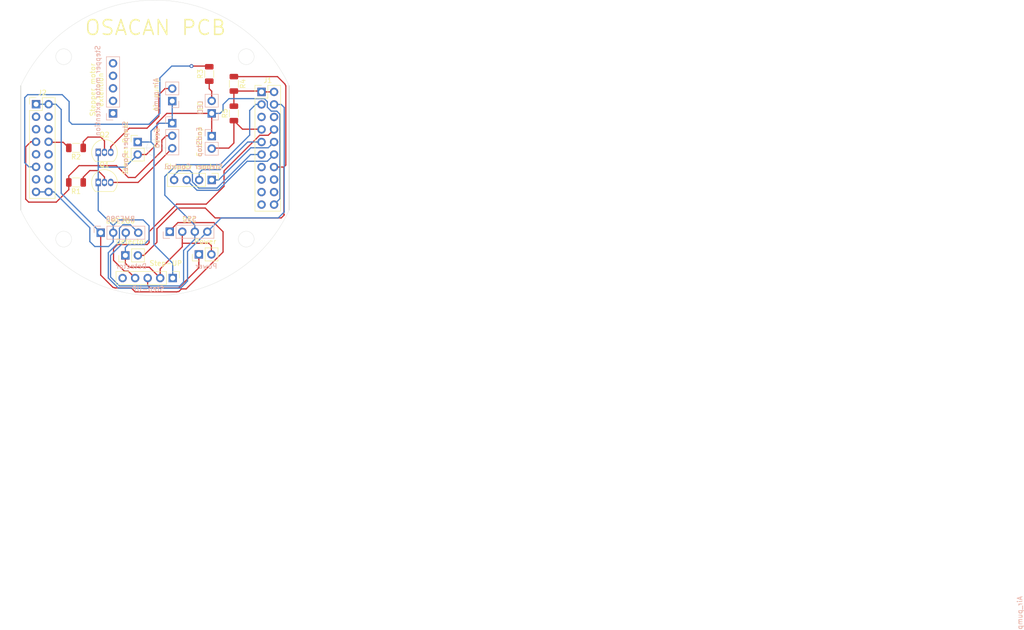
<source format=kicad_pcb>
(kicad_pcb (version 20171130) (host pcbnew "(5.1.10)-1")

  (general
    (thickness 1.6)
    (drawings 34)
    (tracks 250)
    (zones 0)
    (modules 22)
    (nets 46)
  )

  (page A4)
  (layers
    (0 F.Cu signal)
    (31 B.Cu signal)
    (32 B.Adhes user)
    (33 F.Adhes user)
    (34 B.Paste user)
    (35 F.Paste user)
    (36 B.SilkS user)
    (37 F.SilkS user)
    (38 B.Mask user)
    (39 F.Mask user)
    (40 Dwgs.User user hide)
    (41 Cmts.User user)
    (42 Eco1.User user)
    (43 Eco2.User user)
    (44 Edge.Cuts user)
    (45 Margin user)
    (46 B.CrtYd user)
    (47 F.CrtYd user)
    (48 B.Fab user hide)
    (49 F.Fab user)
  )

  (setup
    (last_trace_width 0.25)
    (trace_clearance 0.2)
    (zone_clearance 0.508)
    (zone_45_only no)
    (trace_min 0.2)
    (via_size 0.8)
    (via_drill 0.4)
    (via_min_size 0.4)
    (via_min_drill 0.3)
    (uvia_size 0.3)
    (uvia_drill 0.1)
    (uvias_allowed no)
    (uvia_min_size 0.2)
    (uvia_min_drill 0.1)
    (edge_width 0.05)
    (segment_width 0.2)
    (pcb_text_width 0.3)
    (pcb_text_size 1.5 1.5)
    (mod_edge_width 0.12)
    (mod_text_size 1 1)
    (mod_text_width 0.15)
    (pad_size 1.524 1.524)
    (pad_drill 0.762)
    (pad_to_mask_clearance 0)
    (aux_axis_origin 0 0)
    (visible_elements 7FFFFFFF)
    (pcbplotparams
      (layerselection 0x010fc_ffffffff)
      (usegerberextensions false)
      (usegerberattributes true)
      (usegerberadvancedattributes true)
      (creategerberjobfile true)
      (excludeedgelayer true)
      (linewidth 0.100000)
      (plotframeref false)
      (viasonmask false)
      (mode 1)
      (useauxorigin false)
      (hpglpennumber 1)
      (hpglpenspeed 20)
      (hpglpendiameter 15.000000)
      (psnegative false)
      (psa4output false)
      (plotreference true)
      (plotvalue true)
      (plotinvisibletext false)
      (padsonsilk false)
      (subtractmaskfromsilk false)
      (outputformat 1)
      (mirror false)
      (drillshape 1)
      (scaleselection 1)
      (outputdirectory ""))
  )

  (net 0 "")
  (net 1 +6V)
  (net 2 "Net-(Air_pump1-Pad2)")
  (net 3 +5V)
  (net 4 SCL)
  (net 5 SDA)
  (net 6 SWCLK)
  (net 7 SWDIO)
  (net 8 D1)
  (net 9 D0)
  (net 10 D3)
  (net 11 D2)
  (net 12 D5)
  (net 13 D4)
  (net 14 A1)
  (net 15 A0)
  (net 16 A3)
  (net 17 A2)
  (net 18 A5)
  (net 19 A4)
  (net 20 AREFA)
  (net 21 GND)
  (net 22 +3V3)
  (net 23 nRESET)
  (net 24 Vbat)
  (net 25 SERIAL5_RDX)
  (net 26 SERIAL5_TXD)
  (net 27 D6)
  (net 28 D7)
  (net 29 D8)
  (net 30 D9)
  (net 31 D13)
  (net 32 MISO)
  (net 33 SCK)
  (net 34 MOSI)
  (net 35 +4V)
  (net 36 "Net-(LED1-Pad2)")
  (net 37 "Net-(Q1-Pad3)")
  (net 38 "Net-(Q1-Pad2)")
  (net 39 "Net-(Q2-Pad2)")
  (net 40 "Net-(J10-Pad5)")
  (net 41 "Net-(J11-Pad1)")
  (net 42 "Net-(J11-Pad2)")
  (net 43 "Net-(J11-Pad3)")
  (net 44 "Net-(J11-Pad4)")
  (net 45 "Net-(J11-Pad5)")

  (net_class Default "This is the default net class."
    (clearance 0.2)
    (trace_width 0.25)
    (via_dia 0.8)
    (via_drill 0.4)
    (uvia_dia 0.3)
    (uvia_drill 0.1)
    (add_net +3V3)
    (add_net +4V)
    (add_net +5V)
    (add_net +6V)
    (add_net A0)
    (add_net A1)
    (add_net A2)
    (add_net A3)
    (add_net A4)
    (add_net A5)
    (add_net AREFA)
    (add_net D0)
    (add_net D1)
    (add_net D13)
    (add_net D2)
    (add_net D3)
    (add_net D4)
    (add_net D5)
    (add_net D6)
    (add_net D7)
    (add_net D8)
    (add_net D9)
    (add_net GND)
    (add_net MISO)
    (add_net MOSI)
    (add_net "Net-(Air_pump1-Pad2)")
    (add_net "Net-(J10-Pad5)")
    (add_net "Net-(J11-Pad1)")
    (add_net "Net-(J11-Pad2)")
    (add_net "Net-(J11-Pad3)")
    (add_net "Net-(J11-Pad4)")
    (add_net "Net-(J11-Pad5)")
    (add_net "Net-(LED1-Pad2)")
    (add_net "Net-(Q1-Pad2)")
    (add_net "Net-(Q1-Pad3)")
    (add_net "Net-(Q2-Pad2)")
    (add_net SCK)
    (add_net SCL)
    (add_net SDA)
    (add_net SERIAL5_RDX)
    (add_net SERIAL5_TXD)
    (add_net SWCLK)
    (add_net SWDIO)
    (add_net Vbat)
    (add_net nRESET)
  )

  (net_class Zasilanie ""
    (clearance 0.2)
    (trace_width 0.8)
    (via_dia 0.8)
    (via_drill 0.4)
    (uvia_dia 0.3)
    (uvia_drill 0.1)
  )

  (module "" (layer F.Cu) (tedit 0) (tstamp 0)
    (at 170.2 97.2)
    (fp_text reference "" (at 174.5 100.5) (layer F.SilkS)
      (effects (font (size 1.27 1.27) (thickness 0.15)))
    )
    (fp_text value "" (at 174.5 100.5) (layer F.SilkS)
      (effects (font (size 1.27 1.27) (thickness 0.15)))
    )
    (fp_text user Air_pump (at 176.1 107.1 90) (layer B.SilkS)
      (effects (font (size 1 1) (thickness 0.15)) (justify mirror))
    )
  )

  (module Connector_PinSocket_2.54mm:PinSocket_1x02_P2.54mm_Vertical (layer B.Cu) (tedit 5A19A420) (tstamp 6135548A)
    (at 174.5 100.5)
    (descr "Through hole straight socket strip, 1x02, 2.54mm pitch, single row (from Kicad 4.0.7), script generated")
    (tags "Through hole socket strip THT 1x02 2.54mm single row")
    (path /611D3C94)
    (fp_text reference "Air pump" (at -3.3 -1.3 90) (layer B.SilkS)
      (effects (font (size 1 1) (thickness 0.15)) (justify mirror))
    )
    (fp_text value Conn_01x02 (at 0 -5.31) (layer B.Fab)
      (effects (font (size 1 1) (thickness 0.15)) (justify mirror))
    )
    (fp_line (start -1.27 1.27) (end 0.635 1.27) (layer B.Fab) (width 0.1))
    (fp_line (start 0.635 1.27) (end 1.27 0.635) (layer B.Fab) (width 0.1))
    (fp_line (start 1.27 0.635) (end 1.27 -3.81) (layer B.Fab) (width 0.1))
    (fp_line (start 1.27 -3.81) (end -1.27 -3.81) (layer B.Fab) (width 0.1))
    (fp_line (start -1.27 -3.81) (end -1.27 1.27) (layer B.Fab) (width 0.1))
    (fp_line (start -1.33 -1.27) (end 1.33 -1.27) (layer B.SilkS) (width 0.12))
    (fp_line (start -1.33 -1.27) (end -1.33 -3.87) (layer B.SilkS) (width 0.12))
    (fp_line (start -1.33 -3.87) (end 1.33 -3.87) (layer B.SilkS) (width 0.12))
    (fp_line (start 1.33 -1.27) (end 1.33 -3.87) (layer B.SilkS) (width 0.12))
    (fp_line (start 1.33 1.33) (end 1.33 0) (layer B.SilkS) (width 0.12))
    (fp_line (start 0 1.33) (end 1.33 1.33) (layer B.SilkS) (width 0.12))
    (fp_line (start -1.8 1.8) (end 1.75 1.8) (layer B.CrtYd) (width 0.05))
    (fp_line (start 1.75 1.8) (end 1.75 -4.3) (layer B.CrtYd) (width 0.05))
    (fp_line (start 1.75 -4.3) (end -1.8 -4.3) (layer B.CrtYd) (width 0.05))
    (fp_line (start -1.8 -4.3) (end -1.8 1.8) (layer B.CrtYd) (width 0.05))
    (fp_text user %R (at 2.7 -1.3 -90) (layer B.Fab)
      (effects (font (size 1 1) (thickness 0.15)) (justify mirror))
    )
    (pad 1 thru_hole rect (at 0 0) (size 1.7 1.7) (drill 1) (layers *.Cu *.Mask)
      (net 1 +6V))
    (pad 2 thru_hole oval (at 0 -2.54) (size 1.7 1.7) (drill 1) (layers *.Cu *.Mask)
      (net 2 "Net-(Air_pump1-Pad2)"))
    (model ${KISYS3DMOD}/Connector_PinSocket_2.54mm.3dshapes/PinSocket_1x02_P2.54mm_Vertical.wrl
      (at (xyz 0 0 0))
      (scale (xyz 1 1 1))
      (rotate (xyz 0 0 0))
    )
  )

  (module Connector_PinHeader_2.54mm:PinHeader_2x10_P2.54mm_Vertical (layer F.Cu) (tedit 59FED5CC) (tstamp 613035E0)
    (at 192.6 98.64)
    (descr "Through hole straight pin header, 2x10, 2.54mm pitch, double rows")
    (tags "Through hole pin header THT 2x10 2.54mm double row")
    (path /611B3F45)
    (fp_text reference J1 (at 1.27 -2.33) (layer F.SilkS)
      (effects (font (size 1 1) (thickness 0.15)))
    )
    (fp_text value Conn_02x10_Odd_Even (at 1.27 25.19) (layer F.Fab)
      (effects (font (size 1 1) (thickness 0.15)))
    )
    (fp_line (start 0 -1.27) (end 3.81 -1.27) (layer F.Fab) (width 0.1))
    (fp_line (start 3.81 -1.27) (end 3.81 24.13) (layer F.Fab) (width 0.1))
    (fp_line (start 3.81 24.13) (end -1.27 24.13) (layer F.Fab) (width 0.1))
    (fp_line (start -1.27 24.13) (end -1.27 0) (layer F.Fab) (width 0.1))
    (fp_line (start -1.27 0) (end 0 -1.27) (layer F.Fab) (width 0.1))
    (fp_line (start -1.33 24.19) (end 3.87 24.19) (layer F.SilkS) (width 0.12))
    (fp_line (start -1.33 1.27) (end -1.33 24.19) (layer F.SilkS) (width 0.12))
    (fp_line (start 3.87 -1.33) (end 3.87 24.19) (layer F.SilkS) (width 0.12))
    (fp_line (start -1.33 1.27) (end 1.27 1.27) (layer F.SilkS) (width 0.12))
    (fp_line (start 1.27 1.27) (end 1.27 -1.33) (layer F.SilkS) (width 0.12))
    (fp_line (start 1.27 -1.33) (end 3.87 -1.33) (layer F.SilkS) (width 0.12))
    (fp_line (start -1.33 0) (end -1.33 -1.33) (layer F.SilkS) (width 0.12))
    (fp_line (start -1.33 -1.33) (end 0 -1.33) (layer F.SilkS) (width 0.12))
    (fp_line (start -1.8 -1.8) (end -1.8 24.65) (layer F.CrtYd) (width 0.05))
    (fp_line (start -1.8 24.65) (end 4.35 24.65) (layer F.CrtYd) (width 0.05))
    (fp_line (start 4.35 24.65) (end 4.35 -1.8) (layer F.CrtYd) (width 0.05))
    (fp_line (start 4.35 -1.8) (end -1.8 -1.8) (layer F.CrtYd) (width 0.05))
    (fp_text user %R (at 1.27 11.43 90) (layer F.Fab)
      (effects (font (size 1 1) (thickness 0.15)))
    )
    (pad 1 thru_hole rect (at 0 0) (size 1.7 1.7) (drill 1) (layers *.Cu *.Mask)
      (net 3 +5V))
    (pad 2 thru_hole oval (at 2.54 0) (size 1.7 1.7) (drill 1) (layers *.Cu *.Mask)
      (net 3 +5V))
    (pad 3 thru_hole oval (at 0 2.54) (size 1.7 1.7) (drill 1) (layers *.Cu *.Mask)
      (net 4 SCL))
    (pad 4 thru_hole oval (at 2.54 2.54) (size 1.7 1.7) (drill 1) (layers *.Cu *.Mask)
      (net 5 SDA))
    (pad 5 thru_hole oval (at 0 5.08) (size 1.7 1.7) (drill 1) (layers *.Cu *.Mask)
      (net 6 SWCLK))
    (pad 6 thru_hole oval (at 2.54 5.08) (size 1.7 1.7) (drill 1) (layers *.Cu *.Mask)
      (net 7 SWDIO))
    (pad 7 thru_hole oval (at 0 7.62) (size 1.7 1.7) (drill 1) (layers *.Cu *.Mask)
      (net 8 D1))
    (pad 8 thru_hole oval (at 2.54 7.62) (size 1.7 1.7) (drill 1) (layers *.Cu *.Mask)
      (net 9 D0))
    (pad 9 thru_hole oval (at 0 10.16) (size 1.7 1.7) (drill 1) (layers *.Cu *.Mask)
      (net 10 D3))
    (pad 10 thru_hole oval (at 2.54 10.16) (size 1.7 1.7) (drill 1) (layers *.Cu *.Mask)
      (net 11 D2))
    (pad 11 thru_hole oval (at 0 12.7) (size 1.7 1.7) (drill 1) (layers *.Cu *.Mask)
      (net 12 D5))
    (pad 12 thru_hole oval (at 2.54 12.7) (size 1.7 1.7) (drill 1) (layers *.Cu *.Mask)
      (net 13 D4))
    (pad 13 thru_hole oval (at 0 15.24) (size 1.7 1.7) (drill 1) (layers *.Cu *.Mask)
      (net 14 A1))
    (pad 14 thru_hole oval (at 2.54 15.24) (size 1.7 1.7) (drill 1) (layers *.Cu *.Mask)
      (net 15 A0))
    (pad 15 thru_hole oval (at 0 17.78) (size 1.7 1.7) (drill 1) (layers *.Cu *.Mask)
      (net 16 A3))
    (pad 16 thru_hole oval (at 2.54 17.78) (size 1.7 1.7) (drill 1) (layers *.Cu *.Mask)
      (net 17 A2))
    (pad 17 thru_hole oval (at 0 20.32) (size 1.7 1.7) (drill 1) (layers *.Cu *.Mask)
      (net 18 A5))
    (pad 18 thru_hole oval (at 2.54 20.32) (size 1.7 1.7) (drill 1) (layers *.Cu *.Mask)
      (net 19 A4))
    (pad 19 thru_hole oval (at 0 22.86) (size 1.7 1.7) (drill 1) (layers *.Cu *.Mask)
      (net 20 AREFA))
    (pad 20 thru_hole oval (at 2.54 22.86) (size 1.7 1.7) (drill 1) (layers *.Cu *.Mask)
      (net 21 GND))
    (model ${KISYS3DMOD}/Connector_PinHeader_2.54mm.3dshapes/PinHeader_2x10_P2.54mm_Vertical.wrl
      (at (xyz 0 0 0))
      (scale (xyz 1 1 1))
      (rotate (xyz 0 0 0))
    )
  )

  (module Connector_PinHeader_2.54mm:PinHeader_2x08_P2.54mm_Vertical (layer F.Cu) (tedit 59FED5CC) (tstamp 61303606)
    (at 146.9 101.14)
    (descr "Through hole straight pin header, 2x08, 2.54mm pitch, double rows")
    (tags "Through hole pin header THT 2x08 2.54mm double row")
    (path /611BF370)
    (fp_text reference J2 (at 1.27 -2.33) (layer F.SilkS)
      (effects (font (size 1 1) (thickness 0.15)))
    )
    (fp_text value Conn_02x08_Odd_Even (at 1.27 20.11) (layer F.Fab)
      (effects (font (size 1 1) (thickness 0.15)))
    )
    (fp_line (start 0 -1.27) (end 3.81 -1.27) (layer F.Fab) (width 0.1))
    (fp_line (start 3.81 -1.27) (end 3.81 19.05) (layer F.Fab) (width 0.1))
    (fp_line (start 3.81 19.05) (end -1.27 19.05) (layer F.Fab) (width 0.1))
    (fp_line (start -1.27 19.05) (end -1.27 0) (layer F.Fab) (width 0.1))
    (fp_line (start -1.27 0) (end 0 -1.27) (layer F.Fab) (width 0.1))
    (fp_line (start -1.33 19.11) (end 3.87 19.11) (layer F.SilkS) (width 0.12))
    (fp_line (start -1.33 1.27) (end -1.33 19.11) (layer F.SilkS) (width 0.12))
    (fp_line (start 3.87 -1.33) (end 3.87 19.11) (layer F.SilkS) (width 0.12))
    (fp_line (start -1.33 1.27) (end 1.27 1.27) (layer F.SilkS) (width 0.12))
    (fp_line (start 1.27 1.27) (end 1.27 -1.33) (layer F.SilkS) (width 0.12))
    (fp_line (start 1.27 -1.33) (end 3.87 -1.33) (layer F.SilkS) (width 0.12))
    (fp_line (start -1.33 0) (end -1.33 -1.33) (layer F.SilkS) (width 0.12))
    (fp_line (start -1.33 -1.33) (end 0 -1.33) (layer F.SilkS) (width 0.12))
    (fp_line (start -1.8 -1.8) (end -1.8 19.55) (layer F.CrtYd) (width 0.05))
    (fp_line (start -1.8 19.55) (end 4.35 19.55) (layer F.CrtYd) (width 0.05))
    (fp_line (start 4.35 19.55) (end 4.35 -1.8) (layer F.CrtYd) (width 0.05))
    (fp_line (start 4.35 -1.8) (end -1.8 -1.8) (layer F.CrtYd) (width 0.05))
    (fp_text user %R (at 1.27 8.89 90) (layer F.Fab)
      (effects (font (size 1 1) (thickness 0.15)))
    )
    (pad 1 thru_hole rect (at 0 0) (size 1.7 1.7) (drill 1) (layers *.Cu *.Mask)
      (net 22 +3V3))
    (pad 2 thru_hole oval (at 2.54 0) (size 1.7 1.7) (drill 1) (layers *.Cu *.Mask)
      (net 22 +3V3))
    (pad 3 thru_hole oval (at 0 2.54) (size 1.7 1.7) (drill 1) (layers *.Cu *.Mask)
      (net 23 nRESET))
    (pad 4 thru_hole oval (at 2.54 2.54) (size 1.7 1.7) (drill 1) (layers *.Cu *.Mask)
      (net 24 Vbat))
    (pad 5 thru_hole oval (at 0 5.08) (size 1.7 1.7) (drill 1) (layers *.Cu *.Mask)
      (net 25 SERIAL5_RDX))
    (pad 6 thru_hole oval (at 2.54 5.08) (size 1.7 1.7) (drill 1) (layers *.Cu *.Mask)
      (net 26 SERIAL5_TXD))
    (pad 7 thru_hole oval (at 0 7.62) (size 1.7 1.7) (drill 1) (layers *.Cu *.Mask)
      (net 27 D6))
    (pad 8 thru_hole oval (at 2.54 7.62) (size 1.7 1.7) (drill 1) (layers *.Cu *.Mask)
      (net 28 D7))
    (pad 9 thru_hole oval (at 0 10.16) (size 1.7 1.7) (drill 1) (layers *.Cu *.Mask)
      (net 29 D8))
    (pad 10 thru_hole oval (at 2.54 10.16) (size 1.7 1.7) (drill 1) (layers *.Cu *.Mask)
      (net 30 D9))
    (pad 11 thru_hole oval (at 0 12.7) (size 1.7 1.7) (drill 1) (layers *.Cu *.Mask)
      (net 31 D13))
    (pad 12 thru_hole oval (at 2.54 12.7) (size 1.7 1.7) (drill 1) (layers *.Cu *.Mask)
      (net 32 MISO))
    (pad 13 thru_hole oval (at 0 15.24) (size 1.7 1.7) (drill 1) (layers *.Cu *.Mask)
      (net 33 SCK))
    (pad 14 thru_hole oval (at 2.54 15.24) (size 1.7 1.7) (drill 1) (layers *.Cu *.Mask)
      (net 34 MOSI))
    (pad 15 thru_hole oval (at 0 17.78) (size 1.7 1.7) (drill 1) (layers *.Cu *.Mask)
      (net 21 GND))
    (pad 16 thru_hole oval (at 2.54 17.78) (size 1.7 1.7) (drill 1) (layers *.Cu *.Mask)
      (net 21 GND))
    (model ${KISYS3DMOD}/Connector_PinHeader_2.54mm.3dshapes/PinHeader_2x08_P2.54mm_Vertical.wrl
      (at (xyz 0 0 0))
      (scale (xyz 1 1 1))
      (rotate (xyz 0 0 0))
    )
  )

  (module Connector_PinHeader_2.54mm:PinHeader_1x02_P2.54mm_Vertical locked (layer F.Cu) (tedit 59FED5CC) (tstamp 6130361C)
    (at 179.9 131.6 90)
    (descr "Through hole straight pin header, 1x02, 2.54mm pitch, single row")
    (tags "Through hole pin header THT 1x02 2.54mm single row")
    (path /611C30F4)
    (fp_text reference Power (at 2.6 1.3 180) (layer F.SilkS)
      (effects (font (size 1 1) (thickness 0.15)))
    )
    (fp_text value POWER (at 0 4.87 90) (layer F.Fab)
      (effects (font (size 1 1) (thickness 0.15)))
    )
    (fp_text user %R (at 0 1.27) (layer F.Fab)
      (effects (font (size 1 1) (thickness 0.15)))
    )
    (fp_line (start -0.635 -1.27) (end 1.27 -1.27) (layer F.Fab) (width 0.1))
    (fp_line (start 1.27 -1.27) (end 1.27 3.81) (layer F.Fab) (width 0.1))
    (fp_line (start 1.27 3.81) (end -1.27 3.81) (layer F.Fab) (width 0.1))
    (fp_line (start -1.27 3.81) (end -1.27 -0.635) (layer F.Fab) (width 0.1))
    (fp_line (start -1.27 -0.635) (end -0.635 -1.27) (layer F.Fab) (width 0.1))
    (fp_line (start -1.33 3.87) (end 1.33 3.87) (layer F.SilkS) (width 0.12))
    (fp_line (start -1.33 1.27) (end -1.33 3.87) (layer F.SilkS) (width 0.12))
    (fp_line (start 1.33 1.27) (end 1.33 3.87) (layer F.SilkS) (width 0.12))
    (fp_line (start -1.33 1.27) (end 1.33 1.27) (layer F.SilkS) (width 0.12))
    (fp_line (start -1.33 0) (end -1.33 -1.33) (layer F.SilkS) (width 0.12))
    (fp_line (start -1.33 -1.33) (end 0 -1.33) (layer F.SilkS) (width 0.12))
    (fp_line (start -1.8 -1.8) (end -1.8 4.35) (layer F.CrtYd) (width 0.05))
    (fp_line (start -1.8 4.35) (end 1.8 4.35) (layer F.CrtYd) (width 0.05))
    (fp_line (start 1.8 4.35) (end 1.8 -1.8) (layer F.CrtYd) (width 0.05))
    (fp_line (start 1.8 -1.8) (end -1.8 -1.8) (layer F.CrtYd) (width 0.05))
    (pad 1 thru_hole rect (at 0 0 90) (size 1.7 1.7) (drill 1) (layers *.Cu *.Mask)
      (net 35 +4V))
    (pad 2 thru_hole oval (at 0 2.54 90) (size 1.7 1.7) (drill 1) (layers *.Cu *.Mask)
      (net 21 GND))
    (model ${KISYS3DMOD}/Connector_PinHeader_2.54mm.3dshapes/PinHeader_1x02_P2.54mm_Vertical.wrl
      (at (xyz 0 0 0))
      (scale (xyz 1 1 1))
      (rotate (xyz 0 0 0))
    )
  )

  (module Connector_PinHeader_2.54mm:PinHeader_1x04_P2.54mm_Vertical locked (layer B.Cu) (tedit 59FED5CC) (tstamp 61303634)
    (at 160 127.2 270)
    (descr "Through hole straight pin header, 1x04, 2.54mm pitch, single row")
    (tags "Through hole pin header THT 1x04 2.54mm single row")
    (path /611E7EC7)
    (fp_text reference BME280 (at -2.8 -4) (layer B.SilkS)
      (effects (font (size 1 1) (thickness 0.15)) (justify mirror))
    )
    (fp_text value BME_280 (at 0 -9.95 90) (layer B.Fab)
      (effects (font (size 1 1) (thickness 0.15)) (justify mirror))
    )
    (fp_line (start 1.8 1.8) (end -1.8 1.8) (layer B.CrtYd) (width 0.05))
    (fp_line (start 1.8 -9.4) (end 1.8 1.8) (layer B.CrtYd) (width 0.05))
    (fp_line (start -1.8 -9.4) (end 1.8 -9.4) (layer B.CrtYd) (width 0.05))
    (fp_line (start -1.8 1.8) (end -1.8 -9.4) (layer B.CrtYd) (width 0.05))
    (fp_line (start -1.33 1.33) (end 0 1.33) (layer B.SilkS) (width 0.12))
    (fp_line (start -1.33 0) (end -1.33 1.33) (layer B.SilkS) (width 0.12))
    (fp_line (start -1.33 -1.27) (end 1.33 -1.27) (layer B.SilkS) (width 0.12))
    (fp_line (start 1.33 -1.27) (end 1.33 -8.95) (layer B.SilkS) (width 0.12))
    (fp_line (start -1.33 -1.27) (end -1.33 -8.95) (layer B.SilkS) (width 0.12))
    (fp_line (start -1.33 -8.95) (end 1.33 -8.95) (layer B.SilkS) (width 0.12))
    (fp_line (start -1.27 0.635) (end -0.635 1.27) (layer B.Fab) (width 0.1))
    (fp_line (start -1.27 -8.89) (end -1.27 0.635) (layer B.Fab) (width 0.1))
    (fp_line (start 1.27 -8.89) (end -1.27 -8.89) (layer B.Fab) (width 0.1))
    (fp_line (start 1.27 1.27) (end 1.27 -8.89) (layer B.Fab) (width 0.1))
    (fp_line (start -0.635 1.27) (end 1.27 1.27) (layer B.Fab) (width 0.1))
    (fp_text user %R (at 0 -3.81 180) (layer B.Fab)
      (effects (font (size 1 1) (thickness 0.15)) (justify mirror))
    )
    (pad 4 thru_hole oval (at 0 -7.62 270) (size 1.7 1.7) (drill 1) (layers *.Cu *.Mask)
      (net 5 SDA))
    (pad 3 thru_hole oval (at 0 -5.08 270) (size 1.7 1.7) (drill 1) (layers *.Cu *.Mask)
      (net 4 SCL))
    (pad 2 thru_hole oval (at 0 -2.54 270) (size 1.7 1.7) (drill 1) (layers *.Cu *.Mask)
      (net 21 GND))
    (pad 1 thru_hole rect (at 0 0 270) (size 1.7 1.7) (drill 1) (layers *.Cu *.Mask)
      (net 22 +3V3))
    (model ${KISYS3DMOD}/Connector_PinHeader_2.54mm.3dshapes/PinHeader_1x04_P2.54mm_Vertical.wrl
      (at (xyz 0 0 0))
      (scale (xyz 1 1 1))
      (rotate (xyz 0 0 0))
    )
  )

  (module Connector_PinHeader_2.54mm:PinHeader_1x02_P2.54mm_Vertical locked (layer F.Cu) (tedit 59FED5CC) (tstamp 6130364A)
    (at 167.5 108.8)
    (descr "Through hole straight pin header, 1x02, 2.54mm pitch, single row")
    (tags "Through hole pin header THT 1x02 2.54mm single row")
    (path /611C95B7)
    (fp_text reference "Stepper Power" (at -2.5 1.2 90) (layer B.SilkS)
      (effects (font (size 1 1) (thickness 0.15)) (justify mirror))
    )
    (fp_text value "Stepper Power" (at -2.5 1.2 90) (layer F.SilkS)
      (effects (font (size 1 1) (thickness 0.15)))
    )
    (fp_line (start -0.635 -1.27) (end 1.27 -1.27) (layer F.Fab) (width 0.1))
    (fp_line (start 1.27 -1.27) (end 1.27 3.81) (layer F.Fab) (width 0.1))
    (fp_line (start 1.27 3.81) (end -1.27 3.81) (layer F.Fab) (width 0.1))
    (fp_line (start -1.27 3.81) (end -1.27 -0.635) (layer F.Fab) (width 0.1))
    (fp_line (start -1.27 -0.635) (end -0.635 -1.27) (layer F.Fab) (width 0.1))
    (fp_line (start -1.33 3.87) (end 1.33 3.87) (layer F.SilkS) (width 0.12))
    (fp_line (start -1.33 1.27) (end -1.33 3.87) (layer F.SilkS) (width 0.12))
    (fp_line (start 1.33 1.27) (end 1.33 3.87) (layer F.SilkS) (width 0.12))
    (fp_line (start -1.33 1.27) (end 1.33 1.27) (layer F.SilkS) (width 0.12))
    (fp_line (start -1.33 0) (end -1.33 -1.33) (layer F.SilkS) (width 0.12))
    (fp_line (start -1.33 -1.33) (end 0 -1.33) (layer F.SilkS) (width 0.12))
    (fp_line (start -1.8 -1.8) (end -1.8 4.35) (layer F.CrtYd) (width 0.05))
    (fp_line (start -1.8 4.35) (end 1.8 4.35) (layer F.CrtYd) (width 0.05))
    (fp_line (start 1.8 4.35) (end 1.8 -1.8) (layer F.CrtYd) (width 0.05))
    (fp_line (start 1.8 -1.8) (end -1.8 -1.8) (layer F.CrtYd) (width 0.05))
    (fp_text user %R (at 0 1.27 90) (layer F.Fab)
      (effects (font (size 1 1) (thickness 0.15)))
    )
    (pad 1 thru_hole rect (at 0 0) (size 1.7 1.7) (drill 1) (layers *.Cu *.Mask)
      (net 1 +6V))
    (pad 2 thru_hole oval (at 0 2.54) (size 1.7 1.7) (drill 1) (layers *.Cu *.Mask)
      (net 21 GND))
    (model ${KISYS3DMOD}/Connector_PinHeader_2.54mm.3dshapes/PinHeader_1x02_P2.54mm_Vertical.wrl
      (at (xyz 0 0 0))
      (scale (xyz 1 1 1))
      (rotate (xyz 0 0 0))
    )
  )

  (module Connector_PinHeader_2.54mm:PinHeader_1x04_P2.54mm_Vertical locked (layer F.Cu) (tedit 59FED5CC) (tstamp 61303662)
    (at 182.5 116.5 270)
    (descr "Through hole straight pin header, 1x04, 2.54mm pitch, single row")
    (tags "Through hole pin header THT 1x04 2.54mm single row")
    (path /611C74EC)
    (fp_text reference "Stepper control" (at -2.7 3.7 180) (layer F.SilkS)
      (effects (font (size 1 1) (thickness 0.15)))
    )
    (fp_text value "Stepper Motor" (at 0 9.95 90) (layer F.Fab)
      (effects (font (size 1 1) (thickness 0.15)))
    )
    (fp_line (start -0.635 -1.27) (end 1.27 -1.27) (layer F.Fab) (width 0.1))
    (fp_line (start 1.27 -1.27) (end 1.27 8.89) (layer F.Fab) (width 0.1))
    (fp_line (start 1.27 8.89) (end -1.27 8.89) (layer F.Fab) (width 0.1))
    (fp_line (start -1.27 8.89) (end -1.27 -0.635) (layer F.Fab) (width 0.1))
    (fp_line (start -1.27 -0.635) (end -0.635 -1.27) (layer F.Fab) (width 0.1))
    (fp_line (start -1.33 8.95) (end 1.33 8.95) (layer F.SilkS) (width 0.12))
    (fp_line (start -1.33 1.27) (end -1.33 8.95) (layer F.SilkS) (width 0.12))
    (fp_line (start 1.33 1.27) (end 1.33 8.95) (layer F.SilkS) (width 0.12))
    (fp_line (start -1.33 1.27) (end 1.33 1.27) (layer F.SilkS) (width 0.12))
    (fp_line (start -1.33 0) (end -1.33 -1.33) (layer F.SilkS) (width 0.12))
    (fp_line (start -1.33 -1.33) (end 0 -1.33) (layer F.SilkS) (width 0.12))
    (fp_line (start -1.8 -1.8) (end -1.8 9.4) (layer F.CrtYd) (width 0.05))
    (fp_line (start -1.8 9.4) (end 1.8 9.4) (layer F.CrtYd) (width 0.05))
    (fp_line (start 1.8 9.4) (end 1.8 -1.8) (layer F.CrtYd) (width 0.05))
    (fp_line (start 1.8 -1.8) (end -1.8 -1.8) (layer F.CrtYd) (width 0.05))
    (fp_text user %R (at 0 3.81) (layer F.Fab)
      (effects (font (size 1 1) (thickness 0.15)))
    )
    (pad 1 thru_hole rect (at 0 0 270) (size 1.7 1.7) (drill 1) (layers *.Cu *.Mask)
      (net 11 D2))
    (pad 2 thru_hole oval (at 0 2.54 270) (size 1.7 1.7) (drill 1) (layers *.Cu *.Mask)
      (net 10 D3))
    (pad 3 thru_hole oval (at 0 5.08 270) (size 1.7 1.7) (drill 1) (layers *.Cu *.Mask)
      (net 13 D4))
    (pad 4 thru_hole oval (at 0 7.62 270) (size 1.7 1.7) (drill 1) (layers *.Cu *.Mask)
      (net 12 D5))
    (model ${KISYS3DMOD}/Connector_PinHeader_2.54mm.3dshapes/PinHeader_1x04_P2.54mm_Vertical.wrl
      (at (xyz 0 0 0))
      (scale (xyz 1 1 1))
      (rotate (xyz 0 0 0))
    )
  )

  (module Connector_PinHeader_2.54mm:PinHeader_1x02_P2.54mm_Vertical (layer F.Cu) (tedit 59FED5CC) (tstamp 61303678)
    (at 165 131.8 90)
    (descr "Through hole straight pin header, 1x02, 2.54mm pitch, single row")
    (tags "Through hole pin header THT 1x02 2.54mm single row")
    (path /611C299A)
    (fp_text reference Detector (at 2.8 1.2 180) (layer F.SilkS)
      (effects (font (size 1 1) (thickness 0.15)))
    )
    (fp_text value Detector (at 0 4.87 90) (layer F.Fab)
      (effects (font (size 1 1) (thickness 0.15)))
    )
    (fp_line (start -0.635 -1.27) (end 1.27 -1.27) (layer F.Fab) (width 0.1))
    (fp_line (start 1.27 -1.27) (end 1.27 3.81) (layer F.Fab) (width 0.1))
    (fp_line (start 1.27 3.81) (end -1.27 3.81) (layer F.Fab) (width 0.1))
    (fp_line (start -1.27 3.81) (end -1.27 -0.635) (layer F.Fab) (width 0.1))
    (fp_line (start -1.27 -0.635) (end -0.635 -1.27) (layer F.Fab) (width 0.1))
    (fp_line (start -1.33 3.87) (end 1.33 3.87) (layer F.SilkS) (width 0.12))
    (fp_line (start -1.33 1.27) (end -1.33 3.87) (layer F.SilkS) (width 0.12))
    (fp_line (start 1.33 1.27) (end 1.33 3.87) (layer F.SilkS) (width 0.12))
    (fp_line (start -1.33 1.27) (end 1.33 1.27) (layer F.SilkS) (width 0.12))
    (fp_line (start -1.33 0) (end -1.33 -1.33) (layer F.SilkS) (width 0.12))
    (fp_line (start -1.33 -1.33) (end 0 -1.33) (layer F.SilkS) (width 0.12))
    (fp_line (start -1.8 -1.8) (end -1.8 4.35) (layer F.CrtYd) (width 0.05))
    (fp_line (start -1.8 4.35) (end 1.8 4.35) (layer F.CrtYd) (width 0.05))
    (fp_line (start 1.8 4.35) (end 1.8 -1.8) (layer F.CrtYd) (width 0.05))
    (fp_line (start 1.8 -1.8) (end -1.8 -1.8) (layer F.CrtYd) (width 0.05))
    (fp_text user %R (at 0 1.27) (layer F.Fab)
      (effects (font (size 1 1) (thickness 0.15)))
    )
    (pad 1 thru_hole rect (at 0 0 90) (size 1.7 1.7) (drill 1) (layers *.Cu *.Mask)
      (net 21 GND))
    (pad 2 thru_hole oval (at 0 2.54 90) (size 1.7 1.7) (drill 1) (layers *.Cu *.Mask)
      (net 15 A0))
    (model ${KISYS3DMOD}/Connector_PinHeader_2.54mm.3dshapes/PinHeader_1x02_P2.54mm_Vertical.wrl
      (at (xyz 0 0 0))
      (scale (xyz 1 1 1))
      (rotate (xyz 0 0 0))
    )
  )

  (module Connector_PinSocket_2.54mm:PinSocket_1x04_P2.54mm_Vertical locked (layer B.Cu) (tedit 5A19A429) (tstamp 61303690)
    (at 174 127 270)
    (descr "Through hole straight socket strip, 1x04, 2.54mm pitch, single row (from Kicad 4.0.7), script generated")
    (tags "Through hole socket strip THT 1x04 2.54mm single row")
    (path /612FD75F)
    (fp_text reference SSC (at -2.6 -4 180) (layer B.SilkS)
      (effects (font (size 1 1) (thickness 0.15)) (justify mirror))
    )
    (fp_text value ssc (at 0 -10.39 90) (layer B.Fab)
      (effects (font (size 1 1) (thickness 0.15)) (justify mirror))
    )
    (fp_line (start -1.27 1.27) (end 0.635 1.27) (layer B.Fab) (width 0.1))
    (fp_line (start 0.635 1.27) (end 1.27 0.635) (layer B.Fab) (width 0.1))
    (fp_line (start 1.27 0.635) (end 1.27 -8.89) (layer B.Fab) (width 0.1))
    (fp_line (start 1.27 -8.89) (end -1.27 -8.89) (layer B.Fab) (width 0.1))
    (fp_line (start -1.27 -8.89) (end -1.27 1.27) (layer B.Fab) (width 0.1))
    (fp_line (start -1.33 -1.27) (end 1.33 -1.27) (layer B.SilkS) (width 0.12))
    (fp_line (start -1.33 -1.27) (end -1.33 -8.95) (layer B.SilkS) (width 0.12))
    (fp_line (start -1.33 -8.95) (end 1.33 -8.95) (layer B.SilkS) (width 0.12))
    (fp_line (start 1.33 -1.27) (end 1.33 -8.95) (layer B.SilkS) (width 0.12))
    (fp_line (start 1.33 1.33) (end 1.33 0) (layer B.SilkS) (width 0.12))
    (fp_line (start 0 1.33) (end 1.33 1.33) (layer B.SilkS) (width 0.12))
    (fp_line (start -1.8 1.8) (end 1.75 1.8) (layer B.CrtYd) (width 0.05))
    (fp_line (start 1.75 1.8) (end 1.75 -9.4) (layer B.CrtYd) (width 0.05))
    (fp_line (start 1.75 -9.4) (end -1.8 -9.4) (layer B.CrtYd) (width 0.05))
    (fp_line (start -1.8 -9.4) (end -1.8 1.8) (layer B.CrtYd) (width 0.05))
    (fp_text user %R (at 0 -3.81 180) (layer B.Fab)
      (effects (font (size 1 1) (thickness 0.15)) (justify mirror))
    )
    (pad 1 thru_hole rect (at 0 0 270) (size 1.7 1.7) (drill 1) (layers *.Cu *.Mask)
      (net 22 +3V3))
    (pad 2 thru_hole oval (at 0 -2.54 270) (size 1.7 1.7) (drill 1) (layers *.Cu *.Mask)
      (net 21 GND))
    (pad 3 thru_hole oval (at 0 -5.08 270) (size 1.7 1.7) (drill 1) (layers *.Cu *.Mask)
      (net 4 SCL))
    (pad 4 thru_hole oval (at 0 -7.62 270) (size 1.7 1.7) (drill 1) (layers *.Cu *.Mask)
      (net 5 SDA))
    (model ${KISYS3DMOD}/Connector_PinSocket_2.54mm.3dshapes/PinSocket_1x04_P2.54mm_Vertical.wrl
      (at (xyz 0 0 0))
      (scale (xyz 1 1 1))
      (rotate (xyz 0 0 0))
    )
  )

  (module Connector_PinSocket_2.54mm:PinSocket_1x02_P2.54mm_Vertical (layer B.Cu) (tedit 5A19A420) (tstamp 613557B1)
    (at 182.5 107.6 180)
    (descr "Through hole straight socket strip, 1x02, 2.54mm pitch, single row (from Kicad 4.0.7), script generated")
    (tags "Through hole socket strip THT 1x02 2.54mm single row")
    (path /611C19C1)
    (fp_text reference EndStop (at 2.5 -1.2 90) (layer B.SilkS)
      (effects (font (size 1 1) (thickness 0.15)) (justify mirror))
    )
    (fp_text value EndStop (at 2.5 -1.1 90) (layer F.SilkS)
      (effects (font (size 1 1) (thickness 0.15)))
    )
    (fp_line (start -1.27 1.27) (end 0.635 1.27) (layer B.Fab) (width 0.1))
    (fp_line (start 0.635 1.27) (end 1.27 0.635) (layer B.Fab) (width 0.1))
    (fp_line (start 1.27 0.635) (end 1.27 -3.81) (layer B.Fab) (width 0.1))
    (fp_line (start 1.27 -3.81) (end -1.27 -3.81) (layer B.Fab) (width 0.1))
    (fp_line (start -1.27 -3.81) (end -1.27 1.27) (layer B.Fab) (width 0.1))
    (fp_line (start -1.33 -1.27) (end 1.33 -1.27) (layer B.SilkS) (width 0.12))
    (fp_line (start -1.33 -1.27) (end -1.33 -3.87) (layer B.SilkS) (width 0.12))
    (fp_line (start -1.33 -3.87) (end 1.33 -3.87) (layer B.SilkS) (width 0.12))
    (fp_line (start 1.33 -1.27) (end 1.33 -3.87) (layer B.SilkS) (width 0.12))
    (fp_line (start 1.33 1.33) (end 1.33 0) (layer B.SilkS) (width 0.12))
    (fp_line (start 0 1.33) (end 1.33 1.33) (layer B.SilkS) (width 0.12))
    (fp_line (start -1.8 1.8) (end 1.75 1.8) (layer B.CrtYd) (width 0.05))
    (fp_line (start 1.75 1.8) (end 1.75 -4.3) (layer B.CrtYd) (width 0.05))
    (fp_line (start 1.75 -4.3) (end -1.8 -4.3) (layer B.CrtYd) (width 0.05))
    (fp_line (start -1.8 -4.3) (end -1.8 1.8) (layer B.CrtYd) (width 0.05))
    (fp_text user %R (at 0 -1.27 270) (layer B.Fab)
      (effects (font (size 1 1) (thickness 0.15)) (justify mirror))
    )
    (pad 1 thru_hole rect (at 0 0 180) (size 1.7 1.7) (drill 1) (layers *.Cu *.Mask)
      (net 21 GND))
    (pad 2 thru_hole oval (at 0 -2.54 180) (size 1.7 1.7) (drill 1) (layers *.Cu *.Mask)
      (net 8 D1))
    (model ${KISYS3DMOD}/Connector_PinSocket_2.54mm.3dshapes/PinSocket_1x02_P2.54mm_Vertical.wrl
      (at (xyz 0 0 0))
      (scale (xyz 1 1 1))
      (rotate (xyz 0 0 0))
    )
  )

  (module Connector_PinSocket_2.54mm:PinSocket_1x02_P2.54mm_Vertical (layer B.Cu) (tedit 5A19A420) (tstamp 6135424A)
    (at 182.5 103)
    (descr "Through hole straight socket strip, 1x02, 2.54mm pitch, single row (from Kicad 4.0.7), script generated")
    (tags "Through hole socket strip THT 1x02 2.54mm single row")
    (path /611C0914)
    (fp_text reference LED (at -2.3 -1.2 90) (layer F.SilkS)
      (effects (font (size 1 1) (thickness 0.15)))
    )
    (fp_text value Conn_01x02 (at 0 -5.31) (layer B.Fab)
      (effects (font (size 1 1) (thickness 0.15)) (justify mirror))
    )
    (fp_line (start -1.8 -4.3) (end -1.8 1.8) (layer B.CrtYd) (width 0.05))
    (fp_line (start 1.75 -4.3) (end -1.8 -4.3) (layer B.CrtYd) (width 0.05))
    (fp_line (start 1.75 1.8) (end 1.75 -4.3) (layer B.CrtYd) (width 0.05))
    (fp_line (start -1.8 1.8) (end 1.75 1.8) (layer B.CrtYd) (width 0.05))
    (fp_line (start 0 1.33) (end 1.33 1.33) (layer B.SilkS) (width 0.12))
    (fp_line (start 1.33 1.33) (end 1.33 0) (layer B.SilkS) (width 0.12))
    (fp_line (start 1.33 -1.27) (end 1.33 -3.87) (layer B.SilkS) (width 0.12))
    (fp_line (start -1.33 -3.87) (end 1.33 -3.87) (layer B.SilkS) (width 0.12))
    (fp_line (start -1.33 -1.27) (end -1.33 -3.87) (layer B.SilkS) (width 0.12))
    (fp_line (start -1.33 -1.27) (end 1.33 -1.27) (layer B.SilkS) (width 0.12))
    (fp_line (start -1.27 -3.81) (end -1.27 1.27) (layer B.Fab) (width 0.1))
    (fp_line (start 1.27 -3.81) (end -1.27 -3.81) (layer B.Fab) (width 0.1))
    (fp_line (start 1.27 0.635) (end 1.27 -3.81) (layer B.Fab) (width 0.1))
    (fp_line (start 0.635 1.27) (end 1.27 0.635) (layer B.Fab) (width 0.1))
    (fp_line (start -1.27 1.27) (end 0.635 1.27) (layer B.Fab) (width 0.1))
    (fp_text user %R (at -2.3 -1.2 90) (layer B.SilkS)
      (effects (font (size 1 1) (thickness 0.15)) (justify mirror))
    )
    (pad 2 thru_hole oval (at 0 -2.54) (size 1.7 1.7) (drill 1) (layers *.Cu *.Mask)
      (net 36 "Net-(LED1-Pad2)"))
    (pad 1 thru_hole rect (at 0 0) (size 1.7 1.7) (drill 1) (layers *.Cu *.Mask)
      (net 21 GND))
    (model ${KISYS3DMOD}/Connector_PinSocket_2.54mm.3dshapes/PinSocket_1x02_P2.54mm_Vertical.wrl
      (at (xyz 0 0 0))
      (scale (xyz 1 1 1))
      (rotate (xyz 0 0 0))
    )
  )

  (module Package_TO_SOT_THT:TO-92_Inline (layer F.Cu) (tedit 5A1DD157) (tstamp 613036E6)
    (at 159.5 117)
    (descr "TO-92 leads in-line, narrow, oval pads, drill 0.75mm (see NXP sot054_po.pdf)")
    (tags "to-92 sc-43 sc-43a sot54 PA33 transistor")
    (path /6130685C)
    (fp_text reference Q1 (at 1.27 -3.56) (layer F.SilkS)
      (effects (font (size 1 1) (thickness 0.15)))
    )
    (fp_text value S8050 (at 1.27 2.79) (layer F.Fab)
      (effects (font (size 1 1) (thickness 0.15)))
    )
    (fp_line (start 4 2.01) (end -1.46 2.01) (layer F.CrtYd) (width 0.05))
    (fp_line (start 4 2.01) (end 4 -2.73) (layer F.CrtYd) (width 0.05))
    (fp_line (start -1.46 -2.73) (end -1.46 2.01) (layer F.CrtYd) (width 0.05))
    (fp_line (start -1.46 -2.73) (end 4 -2.73) (layer F.CrtYd) (width 0.05))
    (fp_line (start -0.5 1.75) (end 3 1.75) (layer F.Fab) (width 0.1))
    (fp_line (start -0.53 1.85) (end 3.07 1.85) (layer F.SilkS) (width 0.12))
    (fp_arc (start 1.27 0) (end 1.27 -2.6) (angle 135) (layer F.SilkS) (width 0.12))
    (fp_arc (start 1.27 0) (end 1.27 -2.48) (angle -135) (layer F.Fab) (width 0.1))
    (fp_arc (start 1.27 0) (end 1.27 -2.6) (angle -135) (layer F.SilkS) (width 0.12))
    (fp_arc (start 1.27 0) (end 1.27 -2.48) (angle 135) (layer F.Fab) (width 0.1))
    (fp_text user %R (at 1.27 0) (layer F.Fab)
      (effects (font (size 1 1) (thickness 0.15)))
    )
    (pad 1 thru_hole rect (at 0 0) (size 1.05 1.5) (drill 0.75) (layers *.Cu *.Mask)
      (net 21 GND))
    (pad 3 thru_hole oval (at 2.54 0) (size 1.05 1.5) (drill 0.75) (layers *.Cu *.Mask)
      (net 37 "Net-(Q1-Pad3)"))
    (pad 2 thru_hole oval (at 1.27 0) (size 1.05 1.5) (drill 0.75) (layers *.Cu *.Mask)
      (net 38 "Net-(Q1-Pad2)"))
    (model ${KISYS3DMOD}/Package_TO_SOT_THT.3dshapes/TO-92_Inline.wrl
      (at (xyz 0 0 0))
      (scale (xyz 1 1 1))
      (rotate (xyz 0 0 0))
    )
  )

  (module Package_TO_SOT_THT:TO-92_Inline (layer F.Cu) (tedit 5A1DD157) (tstamp 613036F8)
    (at 159.5 110.9)
    (descr "TO-92 leads in-line, narrow, oval pads, drill 0.75mm (see NXP sot054_po.pdf)")
    (tags "to-92 sc-43 sc-43a sot54 PA33 transistor")
    (path /613049CC)
    (fp_text reference Q2 (at 1.27 -3.56) (layer F.SilkS)
      (effects (font (size 1 1) (thickness 0.15)))
    )
    (fp_text value S8050 (at 1.27 2.79) (layer F.Fab)
      (effects (font (size 1 1) (thickness 0.15)))
    )
    (fp_line (start -0.53 1.85) (end 3.07 1.85) (layer F.SilkS) (width 0.12))
    (fp_line (start -0.5 1.75) (end 3 1.75) (layer F.Fab) (width 0.1))
    (fp_line (start -1.46 -2.73) (end 4 -2.73) (layer F.CrtYd) (width 0.05))
    (fp_line (start -1.46 -2.73) (end -1.46 2.01) (layer F.CrtYd) (width 0.05))
    (fp_line (start 4 2.01) (end 4 -2.73) (layer F.CrtYd) (width 0.05))
    (fp_line (start 4 2.01) (end -1.46 2.01) (layer F.CrtYd) (width 0.05))
    (fp_text user %R (at 1.27 0) (layer F.Fab)
      (effects (font (size 1 1) (thickness 0.15)))
    )
    (fp_arc (start 1.27 0) (end 1.27 -2.48) (angle 135) (layer F.Fab) (width 0.1))
    (fp_arc (start 1.27 0) (end 1.27 -2.6) (angle -135) (layer F.SilkS) (width 0.12))
    (fp_arc (start 1.27 0) (end 1.27 -2.48) (angle -135) (layer F.Fab) (width 0.1))
    (fp_arc (start 1.27 0) (end 1.27 -2.6) (angle 135) (layer F.SilkS) (width 0.12))
    (pad 2 thru_hole oval (at 1.27 0) (size 1.05 1.5) (drill 0.75) (layers *.Cu *.Mask)
      (net 39 "Net-(Q2-Pad2)"))
    (pad 3 thru_hole oval (at 2.54 0) (size 1.05 1.5) (drill 0.75) (layers *.Cu *.Mask)
      (net 2 "Net-(Air_pump1-Pad2)"))
    (pad 1 thru_hole rect (at 0 0) (size 1.05 1.5) (drill 0.75) (layers *.Cu *.Mask)
      (net 21 GND))
    (model ${KISYS3DMOD}/Package_TO_SOT_THT.3dshapes/TO-92_Inline.wrl
      (at (xyz 0 0 0))
      (scale (xyz 1 1 1))
      (rotate (xyz 0 0 0))
    )
  )

  (module Resistor_SMD:R_1206_3216Metric (layer F.Cu) (tedit 5F68FEEE) (tstamp 6135513D)
    (at 155 117 180)
    (descr "Resistor SMD 1206 (3216 Metric), square (rectangular) end terminal, IPC_7351 nominal, (Body size source: IPC-SM-782 page 72, https://www.pcb-3d.com/wordpress/wp-content/uploads/ipc-sm-782a_amendment_1_and_2.pdf), generated with kicad-footprint-generator")
    (tags resistor)
    (path /61225DC9)
    (attr smd)
    (fp_text reference R1 (at 0 -1.82) (layer F.SilkS)
      (effects (font (size 1 1) (thickness 0.15)))
    )
    (fp_text value R (at 0 1.82) (layer F.Fab)
      (effects (font (size 1 1) (thickness 0.15)))
    )
    (fp_line (start -1.6 0.8) (end -1.6 -0.8) (layer F.Fab) (width 0.1))
    (fp_line (start -1.6 -0.8) (end 1.6 -0.8) (layer F.Fab) (width 0.1))
    (fp_line (start 1.6 -0.8) (end 1.6 0.8) (layer F.Fab) (width 0.1))
    (fp_line (start 1.6 0.8) (end -1.6 0.8) (layer F.Fab) (width 0.1))
    (fp_line (start -0.727064 -0.91) (end 0.727064 -0.91) (layer F.SilkS) (width 0.12))
    (fp_line (start -0.727064 0.91) (end 0.727064 0.91) (layer F.SilkS) (width 0.12))
    (fp_line (start -2.28 1.12) (end -2.28 -1.12) (layer F.CrtYd) (width 0.05))
    (fp_line (start -2.28 -1.12) (end 2.28 -1.12) (layer F.CrtYd) (width 0.05))
    (fp_line (start 2.28 -1.12) (end 2.28 1.12) (layer F.CrtYd) (width 0.05))
    (fp_line (start 2.28 1.12) (end -2.28 1.12) (layer F.CrtYd) (width 0.05))
    (fp_text user %R (at 0 0) (layer F.Fab)
      (effects (font (size 0.8 0.8) (thickness 0.12)))
    )
    (pad 1 smd roundrect (at -1.4625 0 180) (size 1.125 1.75) (layers F.Cu F.Paste F.Mask) (roundrect_rratio 0.222222)
      (net 38 "Net-(Q1-Pad2)"))
    (pad 2 smd roundrect (at 1.4625 0 180) (size 1.125 1.75) (layers F.Cu F.Paste F.Mask) (roundrect_rratio 0.222222)
      (net 27 D6))
    (model ${KISYS3DMOD}/Resistor_SMD.3dshapes/R_1206_3216Metric.wrl
      (at (xyz 0 0 0))
      (scale (xyz 1 1 1))
      (rotate (xyz 0 0 0))
    )
  )

  (module Resistor_SMD:R_1206_3216Metric (layer F.Cu) (tedit 5F68FEEE) (tstamp 6130371A)
    (at 155 110 180)
    (descr "Resistor SMD 1206 (3216 Metric), square (rectangular) end terminal, IPC_7351 nominal, (Body size source: IPC-SM-782 page 72, https://www.pcb-3d.com/wordpress/wp-content/uploads/ipc-sm-782a_amendment_1_and_2.pdf), generated with kicad-footprint-generator")
    (tags resistor)
    (path /61246CB8)
    (attr smd)
    (fp_text reference R2 (at 0 -1.82) (layer F.SilkS)
      (effects (font (size 1 1) (thickness 0.15)))
    )
    (fp_text value R (at 0 1.82) (layer F.Fab)
      (effects (font (size 1 1) (thickness 0.15)))
    )
    (fp_line (start 2.28 1.12) (end -2.28 1.12) (layer F.CrtYd) (width 0.05))
    (fp_line (start 2.28 -1.12) (end 2.28 1.12) (layer F.CrtYd) (width 0.05))
    (fp_line (start -2.28 -1.12) (end 2.28 -1.12) (layer F.CrtYd) (width 0.05))
    (fp_line (start -2.28 1.12) (end -2.28 -1.12) (layer F.CrtYd) (width 0.05))
    (fp_line (start -0.727064 0.91) (end 0.727064 0.91) (layer F.SilkS) (width 0.12))
    (fp_line (start -0.727064 -0.91) (end 0.727064 -0.91) (layer F.SilkS) (width 0.12))
    (fp_line (start 1.6 0.8) (end -1.6 0.8) (layer F.Fab) (width 0.1))
    (fp_line (start 1.6 -0.8) (end 1.6 0.8) (layer F.Fab) (width 0.1))
    (fp_line (start -1.6 -0.8) (end 1.6 -0.8) (layer F.Fab) (width 0.1))
    (fp_line (start -1.6 0.8) (end -1.6 -0.8) (layer F.Fab) (width 0.1))
    (fp_text user %R (at 0 0) (layer F.Fab)
      (effects (font (size 0.8 0.8) (thickness 0.12)))
    )
    (pad 2 smd roundrect (at 1.4625 0 180) (size 1.125 1.75) (layers F.Cu F.Paste F.Mask) (roundrect_rratio 0.222222)
      (net 28 D7))
    (pad 1 smd roundrect (at -1.4625 0 180) (size 1.125 1.75) (layers F.Cu F.Paste F.Mask) (roundrect_rratio 0.222222)
      (net 39 "Net-(Q2-Pad2)"))
    (model ${KISYS3DMOD}/Resistor_SMD.3dshapes/R_1206_3216Metric.wrl
      (at (xyz 0 0 0))
      (scale (xyz 1 1 1))
      (rotate (xyz 0 0 0))
    )
  )

  (module Resistor_SMD:R_1206_3216Metric (layer F.Cu) (tedit 5F68FEEE) (tstamp 61354F74)
    (at 182 95 90)
    (descr "Resistor SMD 1206 (3216 Metric), square (rectangular) end terminal, IPC_7351 nominal, (Body size source: IPC-SM-782 page 72, https://www.pcb-3d.com/wordpress/wp-content/uploads/ipc-sm-782a_amendment_1_and_2.pdf), generated with kicad-footprint-generator")
    (tags resistor)
    (path /6128BC14)
    (attr smd)
    (fp_text reference R3 (at 0 -1.82 90) (layer F.SilkS)
      (effects (font (size 1 1) (thickness 0.15)))
    )
    (fp_text value R (at 0 1.82 90) (layer F.Fab)
      (effects (font (size 1 1) (thickness 0.15)))
    )
    (fp_line (start -1.6 0.8) (end -1.6 -0.8) (layer F.Fab) (width 0.1))
    (fp_line (start -1.6 -0.8) (end 1.6 -0.8) (layer F.Fab) (width 0.1))
    (fp_line (start 1.6 -0.8) (end 1.6 0.8) (layer F.Fab) (width 0.1))
    (fp_line (start 1.6 0.8) (end -1.6 0.8) (layer F.Fab) (width 0.1))
    (fp_line (start -0.727064 -0.91) (end 0.727064 -0.91) (layer F.SilkS) (width 0.12))
    (fp_line (start -0.727064 0.91) (end 0.727064 0.91) (layer F.SilkS) (width 0.12))
    (fp_line (start -2.28 1.12) (end -2.28 -1.12) (layer F.CrtYd) (width 0.05))
    (fp_line (start -2.28 -1.12) (end 2.28 -1.12) (layer F.CrtYd) (width 0.05))
    (fp_line (start 2.28 -1.12) (end 2.28 1.12) (layer F.CrtYd) (width 0.05))
    (fp_line (start 2.28 1.12) (end -2.28 1.12) (layer F.CrtYd) (width 0.05))
    (fp_text user %R (at 0 0 90) (layer F.Fab)
      (effects (font (size 0.8 0.8) (thickness 0.12)))
    )
    (pad 1 smd roundrect (at -1.4625 0 90) (size 1.125 1.75) (layers F.Cu F.Paste F.Mask) (roundrect_rratio 0.222222)
      (net 36 "Net-(LED1-Pad2)"))
    (pad 2 smd roundrect (at 1.4625 0 90) (size 1.125 1.75) (layers F.Cu F.Paste F.Mask) (roundrect_rratio 0.222222)
      (net 31 D13))
    (model ${KISYS3DMOD}/Resistor_SMD.3dshapes/R_1206_3216Metric.wrl
      (at (xyz 0 0 0))
      (scale (xyz 1 1 1))
      (rotate (xyz 0 0 0))
    )
  )

  (module Resistor_SMD:R_1206_3216Metric (layer F.Cu) (tedit 5F68FEEE) (tstamp 61355572)
    (at 187 97 270)
    (descr "Resistor SMD 1206 (3216 Metric), square (rectangular) end terminal, IPC_7351 nominal, (Body size source: IPC-SM-782 page 72, https://www.pcb-3d.com/wordpress/wp-content/uploads/ipc-sm-782a_amendment_1_and_2.pdf), generated with kicad-footprint-generator")
    (tags resistor)
    (path /612E9865)
    (attr smd)
    (fp_text reference R4 (at 0 -1.82 90) (layer F.SilkS)
      (effects (font (size 1 1) (thickness 0.15)))
    )
    (fp_text value R (at 0 1.82 90) (layer F.Fab)
      (effects (font (size 1 1) (thickness 0.15)))
    )
    (fp_line (start -1.6 0.8) (end -1.6 -0.8) (layer F.Fab) (width 0.1))
    (fp_line (start -1.6 -0.8) (end 1.6 -0.8) (layer F.Fab) (width 0.1))
    (fp_line (start 1.6 -0.8) (end 1.6 0.8) (layer F.Fab) (width 0.1))
    (fp_line (start 1.6 0.8) (end -1.6 0.8) (layer F.Fab) (width 0.1))
    (fp_line (start -0.727064 -0.91) (end 0.727064 -0.91) (layer F.SilkS) (width 0.12))
    (fp_line (start -0.727064 0.91) (end 0.727064 0.91) (layer F.SilkS) (width 0.12))
    (fp_line (start -2.28 1.12) (end -2.28 -1.12) (layer F.CrtYd) (width 0.05))
    (fp_line (start -2.28 -1.12) (end 2.28 -1.12) (layer F.CrtYd) (width 0.05))
    (fp_line (start 2.28 -1.12) (end 2.28 1.12) (layer F.CrtYd) (width 0.05))
    (fp_line (start 2.28 1.12) (end -2.28 1.12) (layer F.CrtYd) (width 0.05))
    (fp_text user %R (at 0 0) (layer F.Fab)
      (effects (font (size 0.8 0.8) (thickness 0.12)))
    )
    (pad 1 smd roundrect (at -1.4625 0 270) (size 1.125 1.75) (layers F.Cu F.Paste F.Mask) (roundrect_rratio 0.222222)
      (net 15 A0))
    (pad 2 smd roundrect (at 1.4625 0 270) (size 1.125 1.75) (layers F.Cu F.Paste F.Mask) (roundrect_rratio 0.222222)
      (net 3 +5V))
    (model ${KISYS3DMOD}/Resistor_SMD.3dshapes/R_1206_3216Metric.wrl
      (at (xyz 0 0 0))
      (scale (xyz 1 1 1))
      (rotate (xyz 0 0 0))
    )
  )

  (module Resistor_SMD:R_1206_3216Metric (layer F.Cu) (tedit 5F68FEEE) (tstamp 613556BA)
    (at 187 103 90)
    (descr "Resistor SMD 1206 (3216 Metric), square (rectangular) end terminal, IPC_7351 nominal, (Body size source: IPC-SM-782 page 72, https://www.pcb-3d.com/wordpress/wp-content/uploads/ipc-sm-782a_amendment_1_and_2.pdf), generated with kicad-footprint-generator")
    (tags resistor)
    (path /612CD5E6)
    (attr smd)
    (fp_text reference R5 (at 0 -1.82 90) (layer F.SilkS)
      (effects (font (size 1 1) (thickness 0.15)))
    )
    (fp_text value R (at 0 1.82 90) (layer F.Fab)
      (effects (font (size 1 1) (thickness 0.15)))
    )
    (fp_line (start 2.28 1.12) (end -2.28 1.12) (layer F.CrtYd) (width 0.05))
    (fp_line (start 2.28 -1.12) (end 2.28 1.12) (layer F.CrtYd) (width 0.05))
    (fp_line (start -2.28 -1.12) (end 2.28 -1.12) (layer F.CrtYd) (width 0.05))
    (fp_line (start -2.28 1.12) (end -2.28 -1.12) (layer F.CrtYd) (width 0.05))
    (fp_line (start -0.727064 0.91) (end 0.727064 0.91) (layer F.SilkS) (width 0.12))
    (fp_line (start -0.727064 -0.91) (end 0.727064 -0.91) (layer F.SilkS) (width 0.12))
    (fp_line (start 1.6 0.8) (end -1.6 0.8) (layer F.Fab) (width 0.1))
    (fp_line (start 1.6 -0.8) (end 1.6 0.8) (layer F.Fab) (width 0.1))
    (fp_line (start -1.6 -0.8) (end 1.6 -0.8) (layer F.Fab) (width 0.1))
    (fp_line (start -1.6 0.8) (end -1.6 -0.8) (layer F.Fab) (width 0.1))
    (fp_text user %R (at 0 0 90) (layer F.Fab)
      (effects (font (size 0.8 0.8) (thickness 0.12)))
    )
    (pad 2 smd roundrect (at 1.4625 0 90) (size 1.125 1.75) (layers F.Cu F.Paste F.Mask) (roundrect_rratio 0.222222)
      (net 3 +5V))
    (pad 1 smd roundrect (at -1.4625 0 90) (size 1.125 1.75) (layers F.Cu F.Paste F.Mask) (roundrect_rratio 0.222222)
      (net 8 D1))
    (model ${KISYS3DMOD}/Resistor_SMD.3dshapes/R_1206_3216Metric.wrl
      (at (xyz 0 0 0))
      (scale (xyz 1 1 1))
      (rotate (xyz 0 0 0))
    )
  )

  (module Connector_PinSocket_2.54mm:PinSocket_1x03_P2.54mm_Vertical (layer B.Cu) (tedit 5A19A429) (tstamp 61303764)
    (at 174.5 105 180)
    (descr "Through hole straight socket strip, 1x03, 2.54mm pitch, single row (from Kicad 4.0.7), script generated")
    (tags "Through hole socket strip THT 1x03 2.54mm single row")
    (path /611C69F3)
    (fp_text reference Servo (at 3.1 -3 90) (layer B.SilkS)
      (effects (font (size 1 1) (thickness 0.15)) (justify mirror))
    )
    (fp_text value Conn_01x03 (at -0.3 -7.6) (layer B.Fab)
      (effects (font (size 1 1) (thickness 0.15)) (justify mirror))
    )
    (fp_line (start -1.27 1.27) (end 0.635 1.27) (layer B.Fab) (width 0.1))
    (fp_line (start 0.635 1.27) (end 1.27 0.635) (layer B.Fab) (width 0.1))
    (fp_line (start 1.27 0.635) (end 1.27 -6.35) (layer B.Fab) (width 0.1))
    (fp_line (start 1.27 -6.35) (end -1.27 -6.35) (layer B.Fab) (width 0.1))
    (fp_line (start -1.27 -6.35) (end -1.27 1.27) (layer B.Fab) (width 0.1))
    (fp_line (start -1.33 -1.27) (end 1.33 -1.27) (layer B.SilkS) (width 0.12))
    (fp_line (start -1.33 -1.27) (end -1.33 -6.41) (layer B.SilkS) (width 0.12))
    (fp_line (start -1.33 -6.41) (end 1.33 -6.41) (layer B.SilkS) (width 0.12))
    (fp_line (start 1.33 -1.27) (end 1.33 -6.41) (layer B.SilkS) (width 0.12))
    (fp_line (start 1.33 1.33) (end 1.33 0) (layer B.SilkS) (width 0.12))
    (fp_line (start 0 1.33) (end 1.33 1.33) (layer B.SilkS) (width 0.12))
    (fp_line (start -1.8 1.8) (end 1.75 1.8) (layer B.CrtYd) (width 0.05))
    (fp_line (start 1.75 1.8) (end 1.75 -6.85) (layer B.CrtYd) (width 0.05))
    (fp_line (start 1.75 -6.85) (end -1.8 -6.85) (layer B.CrtYd) (width 0.05))
    (fp_line (start -1.8 -6.85) (end -1.8 1.8) (layer B.CrtYd) (width 0.05))
    (fp_text user %R (at 0 -2.54 270) (layer B.Fab)
      (effects (font (size 1 1) (thickness 0.15)) (justify mirror))
    )
    (pad 1 thru_hole rect (at 0 0 180) (size 1.7 1.7) (drill 1) (layers *.Cu *.Mask)
      (net 1 +6V))
    (pad 2 thru_hole oval (at 0 -2.54 180) (size 1.7 1.7) (drill 1) (layers *.Cu *.Mask)
      (net 27 D6))
    (pad 3 thru_hole oval (at 0 -5.08 180) (size 1.7 1.7) (drill 1) (layers *.Cu *.Mask)
      (net 37 "Net-(Q1-Pad3)"))
    (model ${KISYS3DMOD}/Connector_PinSocket_2.54mm.3dshapes/PinSocket_1x03_P2.54mm_Vertical.wrl
      (at (xyz 0 0 0))
      (scale (xyz 1 1 1))
      (rotate (xyz 0 0 0))
    )
  )

  (module Connector_PinHeader_2.54mm:PinHeader_1x05_P2.54mm_Vertical (layer F.Cu) (tedit 59FED5CC) (tstamp 61303AF5)
    (at 174.6 136.4 270)
    (descr "Through hole straight pin header, 1x05, 2.54mm pitch, single row")
    (tags "Through hole pin header THT 1x05 2.54mm single row")
    (path /612A0986)
    (fp_text reference Step-UP (at -3 1.4 180) (layer F.SilkS)
      (effects (font (size 1 1) (thickness 0.15)))
    )
    (fp_text value Step-up (at 0 12.49 90) (layer F.Fab)
      (effects (font (size 1 1) (thickness 0.15)))
    )
    (fp_text user %R (at 0 5.08) (layer F.Fab)
      (effects (font (size 1 1) (thickness 0.15)))
    )
    (fp_line (start 1.8 -1.8) (end -1.8 -1.8) (layer F.CrtYd) (width 0.05))
    (fp_line (start 1.8 11.95) (end 1.8 -1.8) (layer F.CrtYd) (width 0.05))
    (fp_line (start -1.8 11.95) (end 1.8 11.95) (layer F.CrtYd) (width 0.05))
    (fp_line (start -1.8 -1.8) (end -1.8 11.95) (layer F.CrtYd) (width 0.05))
    (fp_line (start -1.33 -1.33) (end 0 -1.33) (layer F.SilkS) (width 0.12))
    (fp_line (start -1.33 0) (end -1.33 -1.33) (layer F.SilkS) (width 0.12))
    (fp_line (start -1.33 1.27) (end 1.33 1.27) (layer F.SilkS) (width 0.12))
    (fp_line (start 1.33 1.27) (end 1.33 11.49) (layer F.SilkS) (width 0.12))
    (fp_line (start -1.33 1.27) (end -1.33 11.49) (layer F.SilkS) (width 0.12))
    (fp_line (start -1.33 11.49) (end 1.33 11.49) (layer F.SilkS) (width 0.12))
    (fp_line (start -1.27 -0.635) (end -0.635 -1.27) (layer F.Fab) (width 0.1))
    (fp_line (start -1.27 11.43) (end -1.27 -0.635) (layer F.Fab) (width 0.1))
    (fp_line (start 1.27 11.43) (end -1.27 11.43) (layer F.Fab) (width 0.1))
    (fp_line (start 1.27 -1.27) (end 1.27 11.43) (layer F.Fab) (width 0.1))
    (fp_line (start -0.635 -1.27) (end 1.27 -1.27) (layer F.Fab) (width 0.1))
    (pad 5 thru_hole oval (at 0 10.16 270) (size 1.7 1.7) (drill 1) (layers *.Cu *.Mask)
      (net 40 "Net-(J10-Pad5)"))
    (pad 4 thru_hole oval (at 0 7.62 270) (size 1.7 1.7) (drill 1) (layers *.Cu *.Mask)
      (net 9 D0))
    (pad 3 thru_hole oval (at 0 5.08 270) (size 1.7 1.7) (drill 1) (layers *.Cu *.Mask)
      (net 35 +4V))
    (pad 2 thru_hole oval (at 0 2.54 270) (size 1.7 1.7) (drill 1) (layers *.Cu *.Mask)
      (net 21 GND))
    (pad 1 thru_hole rect (at 0 0 270) (size 1.7 1.7) (drill 1) (layers *.Cu *.Mask)
      (net 1 +6V))
    (model ${KISYS3DMOD}/Connector_PinHeader_2.54mm.3dshapes/PinHeader_1x05_P2.54mm_Vertical.wrl
      (at (xyz 0 0 0))
      (scale (xyz 1 1 1))
      (rotate (xyz 0 0 0))
    )
  )

  (module Connector_PinHeader_2.54mm:PinHeader_1x05_P2.54mm_Vertical locked (layer B.Cu) (tedit 59FED5CC) (tstamp 613254F7)
    (at 162.5 103)
    (descr "Through hole straight pin header, 1x05, 2.54mm pitch, single row")
    (tags "Through hole pin header THT 1x05 2.54mm single row")
    (path /6133CF92)
    (fp_text reference "Stepper motor extention" (at -3.1 -4.6 90) (layer B.SilkS)
      (effects (font (size 1 1) (thickness 0.15)) (justify mirror))
    )
    (fp_text value "Stepper pin extention" (at 0 -12.49) (layer B.Fab)
      (effects (font (size 1 1) (thickness 0.15)) (justify mirror))
    )
    (fp_line (start 1.8 1.8) (end -1.8 1.8) (layer B.CrtYd) (width 0.05))
    (fp_line (start 1.8 -11.95) (end 1.8 1.8) (layer B.CrtYd) (width 0.05))
    (fp_line (start -1.8 -11.95) (end 1.8 -11.95) (layer B.CrtYd) (width 0.05))
    (fp_line (start -1.8 1.8) (end -1.8 -11.95) (layer B.CrtYd) (width 0.05))
    (fp_line (start -1.33 1.33) (end 0 1.33) (layer B.SilkS) (width 0.12))
    (fp_line (start -1.33 0) (end -1.33 1.33) (layer B.SilkS) (width 0.12))
    (fp_line (start -1.33 -1.27) (end 1.33 -1.27) (layer B.SilkS) (width 0.12))
    (fp_line (start 1.33 -1.27) (end 1.33 -11.49) (layer B.SilkS) (width 0.12))
    (fp_line (start -1.33 -1.27) (end -1.33 -11.49) (layer B.SilkS) (width 0.12))
    (fp_line (start -1.33 -11.49) (end 1.33 -11.49) (layer B.SilkS) (width 0.12))
    (fp_line (start -1.27 0.635) (end -0.635 1.27) (layer B.Fab) (width 0.1))
    (fp_line (start -1.27 -11.43) (end -1.27 0.635) (layer B.Fab) (width 0.1))
    (fp_line (start 1.27 -11.43) (end -1.27 -11.43) (layer B.Fab) (width 0.1))
    (fp_line (start 1.27 1.27) (end 1.27 -11.43) (layer B.Fab) (width 0.1))
    (fp_line (start -0.635 1.27) (end 1.27 1.27) (layer B.Fab) (width 0.1))
    (fp_text user %R (at 0 -5.08 -90) (layer B.Fab)
      (effects (font (size 1 1) (thickness 0.15)) (justify mirror))
    )
    (pad 1 thru_hole rect (at 0 0) (size 1.7 1.7) (drill 1) (layers *.Cu *.Mask)
      (net 41 "Net-(J11-Pad1)"))
    (pad 2 thru_hole oval (at 0 -2.54) (size 1.7 1.7) (drill 1) (layers *.Cu *.Mask)
      (net 42 "Net-(J11-Pad2)"))
    (pad 3 thru_hole oval (at 0 -5.08) (size 1.7 1.7) (drill 1) (layers *.Cu *.Mask)
      (net 43 "Net-(J11-Pad3)"))
    (pad 4 thru_hole oval (at 0 -7.62) (size 1.7 1.7) (drill 1) (layers *.Cu *.Mask)
      (net 44 "Net-(J11-Pad4)"))
    (pad 5 thru_hole oval (at 0 -10.16) (size 1.7 1.7) (drill 1) (layers *.Cu *.Mask)
      (net 45 "Net-(J11-Pad5)"))
    (model ${KISYS3DMOD}/Connector_PinHeader_2.54mm.3dshapes/PinHeader_1x05_P2.54mm_Vertical.wrl
      (at (xyz 0 0 0))
      (scale (xyz 1 1 1))
      (rotate (xyz 0 0 0))
    )
  )

  (gr_text BME280 (at 164 124.8) (layer F.SilkS)
    (effects (font (size 1 1) (thickness 0.15)))
  )
  (gr_text SSC (at 178 124.6) (layer F.SilkS)
    (effects (font (size 1 1) (thickness 0.15)))
  )
  (gr_text Servo (at 171.4 108 90) (layer F.SilkS)
    (effects (font (size 1 1) (thickness 0.15)))
  )
  (gr_text "Air pump" (at 171.2 99.2 90) (layer F.SilkS)
    (effects (font (size 1 1) (thickness 0.15)))
  )
  (gr_text "Stepper motor\nextention" (at 159.2 98.2 90) (layer F.SilkS)
    (effects (font (size 1 1) (thickness 0.15)))
  )
  (gr_text "Stepper Control" (at 178.8 113.8) (layer B.SilkS)
    (effects (font (size 1 1) (thickness 0.15)) (justify mirror))
  )
  (gr_text Step-UP (at 169.6 138.6) (layer B.SilkS)
    (effects (font (size 1 1) (thickness 0.15)) (justify mirror))
  )
  (gr_text Detector (at 166.2 134) (layer B.SilkS)
    (effects (font (size 1 1) (thickness 0.15)) (justify mirror))
  )
  (gr_text Power (at 181.4 134) (layer B.SilkS)
    (effects (font (size 1 1) (thickness 0.15)) (justify mirror))
  )
  (gr_line (start 175.6 122) (end 175.6 138) (layer Dwgs.User) (width 0.15))
  (dimension 13 (width 0.15) (layer Dwgs.User)
    (gr_text "13,000 mm" (at 169.1 123.3) (layer Dwgs.User)
      (effects (font (size 1 1) (thickness 0.15)))
    )
    (feature1 (pts (xy 175.6 122) (xy 175.6 122.586421)))
    (feature2 (pts (xy 162.6 122) (xy 162.6 122.586421)))
    (crossbar (pts (xy 162.6 122) (xy 175.6 122)))
    (arrow1a (pts (xy 175.6 122) (xy 174.473496 122.586421)))
    (arrow1b (pts (xy 175.6 122) (xy 174.473496 121.413579)))
    (arrow2a (pts (xy 162.6 122) (xy 163.726504 122.586421)))
    (arrow2b (pts (xy 162.6 122) (xy 163.726504 121.413579)))
  )
  (dimension 16 (width 0.15) (layer Dwgs.User)
    (gr_text "16,000 mm" (at 163.9 130 90) (layer Dwgs.User)
      (effects (font (size 1 1) (thickness 0.15)))
    )
    (feature1 (pts (xy 162.6 122) (xy 163.186421 122)))
    (feature2 (pts (xy 162.6 138) (xy 163.186421 138)))
    (crossbar (pts (xy 162.6 138) (xy 162.6 122)))
    (arrow1a (pts (xy 162.6 122) (xy 163.186421 123.126504)))
    (arrow1b (pts (xy 162.6 122) (xy 162.013579 123.126504)))
    (arrow2a (pts (xy 162.6 138) (xy 163.186421 136.873496)))
    (arrow2b (pts (xy 162.6 138) (xy 162.013579 136.873496)))
  )
  (gr_circle (center 189.5 91.5) (end 191.1 91.5) (layer Edge.Cuts) (width 0.05))
  (gr_circle (center 152.5 91.5) (end 154.1 91.5) (layer Edge.Cuts) (width 0.05))
  (gr_circle (center 152.5 128.5) (end 154.1 128.5) (layer Edge.Cuts) (width 0.05))
  (gr_circle (center 189.5 128.5) (end 191.1 128.5) (layer Edge.Cuts) (width 0.05))
  (dimension 37 (width 0.15) (layer Dwgs.User)
    (gr_text "37,000 mm" (at 171 88.1) (layer Dwgs.User)
      (effects (font (size 1 1) (thickness 0.15)))
    )
    (feature1 (pts (xy 189.5 91.5) (xy 189.5 88.813579)))
    (feature2 (pts (xy 152.5 91.5) (xy 152.5 88.813579)))
    (crossbar (pts (xy 152.5 89.4) (xy 189.5 89.4)))
    (arrow1a (pts (xy 189.5 89.4) (xy 188.373496 89.986421)))
    (arrow1b (pts (xy 189.5 89.4) (xy 188.373496 88.813579)))
    (arrow2a (pts (xy 152.5 89.4) (xy 153.626504 89.986421)))
    (arrow2b (pts (xy 152.5 89.4) (xy 153.626504 88.813579)))
  )
  (dimension 37 (width 0.15) (layer Dwgs.User)
    (gr_text "37,000 mm" (at 155.3 110 90) (layer Dwgs.User)
      (effects (font (size 1 1) (thickness 0.15)))
    )
    (feature1 (pts (xy 152.5 91.5) (xy 154.586421 91.5)))
    (feature2 (pts (xy 152.5 128.5) (xy 154.586421 128.5)))
    (crossbar (pts (xy 154 128.5) (xy 154 91.5)))
    (arrow1a (pts (xy 154 91.5) (xy 154.586421 92.626504)))
    (arrow1b (pts (xy 154 91.5) (xy 153.413579 92.626504)))
    (arrow2a (pts (xy 154 128.5) (xy 154.586421 127.373496)))
    (arrow2b (pts (xy 154 128.5) (xy 153.413579 127.373496)))
  )
  (dimension 37 (width 0.15) (layer Dwgs.User)
    (gr_text "37,000 mm" (at 171 132.2) (layer Dwgs.User)
      (effects (font (size 1 1) (thickness 0.15)))
    )
    (feature1 (pts (xy 152.5 128.5) (xy 152.5 131.486421)))
    (feature2 (pts (xy 189.5 128.5) (xy 189.5 131.486421)))
    (crossbar (pts (xy 189.5 130.9) (xy 152.5 130.9)))
    (arrow1a (pts (xy 152.5 130.9) (xy 153.626504 130.313579)))
    (arrow1b (pts (xy 152.5 130.9) (xy 153.626504 131.486421)))
    (arrow2a (pts (xy 189.5 130.9) (xy 188.373496 130.313579)))
    (arrow2b (pts (xy 189.5 130.9) (xy 188.373496 131.486421)))
  )
  (dimension 18.5 (width 0.15) (layer Dwgs.User)
    (gr_text "18,500 mm" (at 188.2 119.25 270) (layer Dwgs.User)
      (effects (font (size 1 1) (thickness 0.15)))
    )
    (feature1 (pts (xy 189.5 128.5) (xy 188.913579 128.5)))
    (feature2 (pts (xy 189.5 110) (xy 188.913579 110)))
    (crossbar (pts (xy 189.5 110) (xy 189.5 128.5)))
    (arrow1a (pts (xy 189.5 128.5) (xy 188.913579 127.373496)))
    (arrow1b (pts (xy 189.5 128.5) (xy 190.086421 127.373496)))
    (arrow2a (pts (xy 189.5 110) (xy 188.913579 111.126504)))
    (arrow2b (pts (xy 189.5 110) (xy 190.086421 111.126504)))
  )
  (gr_line (start 189.5 110) (end 189.5 128.3) (layer Dwgs.User) (width 0.15))
  (dimension 8.7 (width 0.15) (layer Dwgs.User)
    (gr_text "8,700 mm" (at 193.85 107.7) (layer Dwgs.User)
      (effects (font (size 1 1) (thickness 0.15)))
    )
    (feature1 (pts (xy 189.5 110) (xy 189.5 108.413579)))
    (feature2 (pts (xy 198.2 110) (xy 198.2 108.413579)))
    (crossbar (pts (xy 198.2 109) (xy 189.5 109)))
    (arrow1a (pts (xy 189.5 109) (xy 190.626504 108.413579)))
    (arrow1b (pts (xy 189.5 109) (xy 190.626504 109.586421)))
    (arrow2a (pts (xy 198.2 109) (xy 197.073496 108.413579)))
    (arrow2b (pts (xy 198.2 109) (xy 197.073496 109.586421)))
  )
  (gr_line (start 170 110) (end 198.2 110) (layer Dwgs.User) (width 0.15))
  (gr_text "OSACAN PCB" (at 171.1 85.6) (layer F.SilkS)
    (effects (font (size 3 3) (thickness 0.3)))
  )
  (gr_arc (start 171 110) (end 198.199999 97.400001) (angle -130.2895257) (layer Edge.Cuts) (width 0.05))
  (gr_arc (start 171 110) (end 143.800001 122.599999) (angle -130.2895257) (layer Edge.Cuts) (width 0.05))
  (dimension 21.6 (width 0.15) (layer Dwgs.User)
    (gr_text "21,600 mm" (at 160.2 116.7) (layer Dwgs.User)
      (effects (font (size 1 1) (thickness 0.15)))
    )
    (feature1 (pts (xy 149.4 110) (xy 149.4 115.986421)))
    (feature2 (pts (xy 171 110) (xy 171 115.986421)))
    (crossbar (pts (xy 171 115.4) (xy 149.4 115.4)))
    (arrow1a (pts (xy 149.4 115.4) (xy 150.526504 114.813579)))
    (arrow1b (pts (xy 149.4 115.4) (xy 150.526504 115.986421)))
    (arrow2a (pts (xy 171 115.4) (xy 169.873496 114.813579)))
    (arrow2b (pts (xy 171 115.4) (xy 169.873496 115.986421)))
  )
  (dimension 21.6 (width 0.15) (layer Dwgs.User)
    (gr_text "21,600 mm" (at 181.8 116.7) (layer Dwgs.User)
      (effects (font (size 1 1) (thickness 0.15)))
    )
    (feature1 (pts (xy 192.6 110) (xy 192.6 115.986421)))
    (feature2 (pts (xy 171 110) (xy 171 115.986421)))
    (crossbar (pts (xy 171 115.4) (xy 192.6 115.4)))
    (arrow1a (pts (xy 192.6 115.4) (xy 191.473496 115.986421)))
    (arrow1b (pts (xy 192.6 115.4) (xy 191.473496 114.813579)))
    (arrow2a (pts (xy 171 115.4) (xy 172.126504 115.986421)))
    (arrow2b (pts (xy 171 115.4) (xy 172.126504 114.813579)))
  )
  (target plus (at 171 110) (size 5) (width 0.05) (layer Edge.Cuts))
  (gr_line (start 141 110) (end 201 110) (layer Dwgs.User) (width 0.15))
  (gr_line (start 143.8 97.4) (end 143.8 122.6) (layer Edge.Cuts) (width 0.15))
  (gr_line (start 198.2 97.4) (end 198.2 122.6) (layer Edge.Cuts) (width 0.15))
  (dimension 27.2 (width 0.15) (layer Dwgs.User)
    (gr_text "27,200 mm" (at 183.6 102.1) (layer Dwgs.User)
      (effects (font (size 1 1) (thickness 0.15)))
    )
    (feature1 (pts (xy 197.2 114) (xy 197.2 102.813579)))
    (feature2 (pts (xy 170 114) (xy 170 102.813579)))
    (crossbar (pts (xy 170 103.4) (xy 197.2 103.4)))
    (arrow1a (pts (xy 197.2 103.4) (xy 196.073496 103.986421)))
    (arrow1b (pts (xy 197.2 103.4) (xy 196.073496 102.813579)))
    (arrow2a (pts (xy 170 103.4) (xy 171.126504 103.986421)))
    (arrow2b (pts (xy 170 103.4) (xy 171.126504 102.813579)))
  )
  (dimension 30 (width 0.15) (layer Dwgs.User)
    (gr_text "30,000 mm" (at 186 114.3) (layer Dwgs.User)
      (effects (font (size 1 1) (thickness 0.15)))
    )
    (feature1 (pts (xy 201 110) (xy 201 113.586421)))
    (feature2 (pts (xy 171 110) (xy 171 113.586421)))
    (crossbar (pts (xy 171 113) (xy 201 113)))
    (arrow1a (pts (xy 201 113) (xy 199.873496 113.586421)))
    (arrow1b (pts (xy 201 113) (xy 199.873496 112.413579)))
    (arrow2a (pts (xy 171 113) (xy 172.126504 113.586421)))
    (arrow2b (pts (xy 171 113) (xy 172.126504 112.413579)))
  )

  (segment (start 174.6 136.4) (end 174.6 133.4) (width 0.25) (layer B.Cu) (net 1))
  (segment (start 174.6 133.4) (end 170.8 129.6) (width 0.25) (layer B.Cu) (net 1))
  (segment (start 170.8 129.6) (end 170.8 109.4) (width 0.25) (layer B.Cu) (net 1))
  (segment (start 170.2 108.8) (end 167.5 108.8) (width 0.25) (layer B.Cu) (net 1))
  (segment (start 170.8 109.4) (end 170.2 108.8) (width 0.25) (layer B.Cu) (net 1))
  (segment (start 170.2 108.8) (end 170.2 106.6) (width 0.25) (layer B.Cu) (net 1))
  (segment (start 171.8 105) (end 174.5 105) (width 0.25) (layer B.Cu) (net 1))
  (segment (start 170.2 106.6) (end 171.8 105) (width 0.25) (layer B.Cu) (net 1))
  (segment (start 174.5 105) (end 174.5 100.5) (width 0.25) (layer B.Cu) (net 1))
  (segment (start 162.04 110.9) (end 162.04 109.76) (width 0.25) (layer F.Cu) (net 2))
  (segment (start 162.04 109.76) (end 165.8 106) (width 0.25) (layer F.Cu) (net 2))
  (segment (start 165.8 106) (end 169.4 106) (width 0.25) (layer F.Cu) (net 2))
  (segment (start 169.4 106) (end 171.8 103.6) (width 0.25) (layer F.Cu) (net 2))
  (segment (start 171.8 103.6) (end 171.8 99.2) (width 0.25) (layer F.Cu) (net 2))
  (segment (start 173.04 97.96) (end 174.5 97.96) (width 0.25) (layer F.Cu) (net 2))
  (segment (start 171.8 99.2) (end 173.04 97.96) (width 0.25) (layer F.Cu) (net 2))
  (segment (start 187 101.5375) (end 187 98.4625) (width 0.25) (layer F.Cu) (net 3))
  (segment (start 192.4225 98.4625) (end 192.6 98.64) (width 0.25) (layer F.Cu) (net 3))
  (segment (start 187 98.4625) (end 192.4225 98.4625) (width 0.25) (layer F.Cu) (net 3))
  (segment (start 192.6 98.64) (end 195.14 98.64) (width 0.25) (layer F.Cu) (net 3))
  (segment (start 162 131.8) (end 165.08 128.72) (width 0.25) (layer B.Cu) (net 4))
  (segment (start 162 136.2) (end 162 131.8) (width 0.25) (layer B.Cu) (net 4))
  (segment (start 176 138) (end 163.8 138) (width 0.25) (layer B.Cu) (net 4))
  (segment (start 165.08 128.72) (end 165.08 127.2) (width 0.25) (layer B.Cu) (net 4))
  (segment (start 176.8 137.2) (end 176 138) (width 0.25) (layer B.Cu) (net 4))
  (segment (start 176.8 130.8) (end 176.8 137.2) (width 0.25) (layer B.Cu) (net 4))
  (segment (start 163.8 138) (end 162 136.2) (width 0.25) (layer B.Cu) (net 4))
  (segment (start 179.08 128.52) (end 176.8 130.8) (width 0.25) (layer B.Cu) (net 4))
  (segment (start 179.08 127) (end 179.08 128.52) (width 0.25) (layer B.Cu) (net 4))
  (segment (start 190.2 102.4) (end 191.42 101.18) (width 0.25) (layer B.Cu) (net 4))
  (segment (start 184.2 113.4) (end 190.2 107.4) (width 0.25) (layer B.Cu) (net 4))
  (segment (start 175.4 113.4) (end 184.2 113.4) (width 0.25) (layer B.Cu) (net 4))
  (segment (start 191.42 101.18) (end 192.6 101.18) (width 0.25) (layer B.Cu) (net 4))
  (segment (start 173 115.8) (end 175.4 113.4) (width 0.25) (layer B.Cu) (net 4))
  (segment (start 173 119.6) (end 173 115.8) (width 0.25) (layer B.Cu) (net 4))
  (segment (start 190.2 107.4) (end 190.2 102.4) (width 0.25) (layer B.Cu) (net 4))
  (segment (start 179.08 125.68) (end 173 119.6) (width 0.25) (layer B.Cu) (net 4))
  (segment (start 179.08 127) (end 179.08 125.68) (width 0.25) (layer B.Cu) (net 4))
  (segment (start 181.62 127) (end 177.6 131.02) (width 0.25) (layer B.Cu) (net 5))
  (segment (start 177.6 131.02) (end 177.6 137) (width 0.25) (layer B.Cu) (net 5))
  (segment (start 161.54999 136.3864) (end 161.54999 131.25001) (width 0.25) (layer B.Cu) (net 5))
  (segment (start 163.613599 138.450009) (end 161.54999 136.3864) (width 0.25) (layer B.Cu) (net 5))
  (segment (start 176.1864 138.45001) (end 163.613599 138.450009) (width 0.25) (layer B.Cu) (net 5))
  (segment (start 177.250009 137.386401) (end 176.1864 138.45001) (width 0.25) (layer B.Cu) (net 5))
  (segment (start 177.25001 137.34999) (end 177.250009 137.386401) (width 0.25) (layer B.Cu) (net 5))
  (segment (start 177.6 137) (end 177.25001 137.34999) (width 0.25) (layer B.Cu) (net 5))
  (segment (start 163.8 126.295001) (end 164.495001 125.6) (width 0.25) (layer B.Cu) (net 5))
  (segment (start 166.02 125.6) (end 167.62 127.2) (width 0.25) (layer B.Cu) (net 5))
  (segment (start 164.6 125.6) (end 166.02 125.6) (width 0.25) (layer B.Cu) (net 5))
  (segment (start 166.02 125.6) (end 164.495001 125.6) (width 0.25) (layer B.Cu) (net 5))
  (segment (start 163.8 126.295001) (end 163.8 129) (width 0.25) (layer B.Cu) (net 5))
  (segment (start 161.54999 131.25001) (end 163.8 129) (width 0.25) (layer B.Cu) (net 5))
  (segment (start 181.62 127) (end 184.42 124.2) (width 0.25) (layer B.Cu) (net 5))
  (segment (start 184.42 124.2) (end 196 124.2) (width 0.25) (layer B.Cu) (net 5))
  (segment (start 196 124.2) (end 197.2 123) (width 0.25) (layer B.Cu) (net 5))
  (segment (start 197.2 123) (end 197.2 101.8) (width 0.25) (layer B.Cu) (net 5))
  (segment (start 196.58 101.18) (end 195.14 101.18) (width 0.25) (layer B.Cu) (net 5))
  (segment (start 197.2 101.8) (end 196.58 101.18) (width 0.25) (layer B.Cu) (net 5))
  (segment (start 187 104.4625) (end 188.7375 106.2) (width 0.25) (layer F.Cu) (net 8))
  (segment (start 192.54 106.2) (end 192.6 106.26) (width 0.25) (layer F.Cu) (net 8))
  (segment (start 188.7375 106.2) (end 192.54 106.2) (width 0.25) (layer F.Cu) (net 8))
  (segment (start 187 104.4625) (end 187 109) (width 0.25) (layer F.Cu) (net 8))
  (segment (start 185.96 110.04) (end 182.5 110.04) (width 0.25) (layer F.Cu) (net 8))
  (segment (start 187 109) (end 185.96 110.04) (width 0.25) (layer F.Cu) (net 8))
  (segment (start 193.964999 107.435001) (end 195.14 106.26) (width 0.25) (layer F.Cu) (net 9))
  (segment (start 192.225997 107.435001) (end 193.964999 107.435001) (width 0.25) (layer F.Cu) (net 9))
  (segment (start 169.8 127) (end 175.4 121.4) (width 0.25) (layer F.Cu) (net 9))
  (segment (start 165.58 135) (end 164.8 135) (width 0.25) (layer F.Cu) (net 9))
  (segment (start 185 117.8) (end 185 114.660998) (width 0.25) (layer F.Cu) (net 9))
  (segment (start 185 114.660998) (end 192.225997 107.435001) (width 0.25) (layer F.Cu) (net 9))
  (segment (start 166.98 136.4) (end 165.58 135) (width 0.25) (layer F.Cu) (net 9))
  (segment (start 164.8 135) (end 162.6 132.8) (width 0.25) (layer F.Cu) (net 9))
  (segment (start 162.6 132.8) (end 162.6 130.4) (width 0.25) (layer F.Cu) (net 9))
  (segment (start 162.6 130.4) (end 163.4 129.6) (width 0.25) (layer F.Cu) (net 9))
  (segment (start 163.4 129.6) (end 169.4 129.6) (width 0.25) (layer F.Cu) (net 9))
  (segment (start 169.8 129.2) (end 169.8 127) (width 0.25) (layer F.Cu) (net 9))
  (segment (start 169.4 129.6) (end 169.8 129.2) (width 0.25) (layer F.Cu) (net 9))
  (segment (start 175.4 121.4) (end 181.4 121.4) (width 0.25) (layer F.Cu) (net 9))
  (segment (start 181.4 121.4) (end 185 117.8) (width 0.25) (layer F.Cu) (net 9))
  (segment (start 192.6 108.8) (end 189.8 108.8) (width 0.25) (layer B.Cu) (net 10))
  (segment (start 189.8 108.8) (end 184.2 114.4) (width 0.25) (layer B.Cu) (net 10))
  (segment (start 184.2 114.4) (end 180.6 114.4) (width 0.25) (layer B.Cu) (net 10))
  (segment (start 179.96 115.04) (end 179.96 116.5) (width 0.25) (layer B.Cu) (net 10))
  (segment (start 180.6 114.4) (end 179.96 115.04) (width 0.25) (layer B.Cu) (net 10))
  (segment (start 193.964999 109.975001) (end 190.424999 109.975001) (width 0.25) (layer B.Cu) (net 11))
  (segment (start 195.14 108.8) (end 193.964999 109.975001) (width 0.25) (layer B.Cu) (net 11))
  (segment (start 183.9 116.5) (end 182.5 116.5) (width 0.25) (layer B.Cu) (net 11))
  (segment (start 190.424999 109.975001) (end 183.9 116.5) (width 0.25) (layer B.Cu) (net 11))
  (segment (start 192.6 111.34) (end 190.391785 111.34) (width 0.25) (layer B.Cu) (net 12))
  (segment (start 190.391785 111.34) (end 183.581795 118.14999) (width 0.25) (layer B.Cu) (net 12))
  (segment (start 178.595001 116.874003) (end 178.595001 115.395001) (width 0.25) (layer B.Cu) (net 12))
  (segment (start 179.870988 118.14999) (end 178.595001 116.874003) (width 0.25) (layer B.Cu) (net 12))
  (segment (start 183.581795 118.14999) (end 179.870988 118.14999) (width 0.25) (layer B.Cu) (net 12))
  (segment (start 178.6 115.324999) (end 178.6 115.124999) (width 0.25) (layer B.Cu) (net 12))
  (segment (start 178.6 115.124999) (end 178.075001 114.6) (width 0.25) (layer B.Cu) (net 12))
  (segment (start 174.88 115.52) (end 174.88 116.5) (width 0.25) (layer B.Cu) (net 12))
  (segment (start 175.8 114.6) (end 174.88 115.52) (width 0.25) (layer B.Cu) (net 12))
  (segment (start 178.075001 114.6) (end 175.8 114.6) (width 0.25) (layer B.Cu) (net 12))
  (segment (start 193.775001 112.704999) (end 189.695001 112.704999) (width 0.25) (layer B.Cu) (net 13))
  (segment (start 195.14 111.34) (end 193.775001 112.704999) (width 0.25) (layer B.Cu) (net 13))
  (segment (start 189.695001 112.704999) (end 183.8 118.6) (width 0.25) (layer B.Cu) (net 13))
  (segment (start 179.52 118.6) (end 177.42 116.5) (width 0.25) (layer B.Cu) (net 13))
  (segment (start 183.8 118.6) (end 179.52 118.6) (width 0.25) (layer B.Cu) (net 13))
  (segment (start 187 95.5375) (end 195.827293 95.5375) (width 0.25) (layer F.Cu) (net 15))
  (segment (start 197.488712 97.35616) (end 197.52499 97.433305) (width 0.25) (layer F.Cu) (net 15))
  (segment (start 197.340963 97.05117) (end 197.488712 97.35616) (width 0.25) (layer F.Cu) (net 15))
  (segment (start 195.827293 95.5375) (end 197.340963 97.05117) (width 0.25) (layer F.Cu) (net 15))
  (segment (start 197.52499 97.433305) (end 197.52499 113.47501) (width 0.25) (layer F.Cu) (net 15))
  (segment (start 197.12 113.88) (end 195.14 113.88) (width 0.25) (layer F.Cu) (net 15))
  (segment (start 197.52499 113.47501) (end 197.12 113.88) (width 0.25) (layer F.Cu) (net 15))
  (segment (start 168.742081 131.8) (end 171.4 129.142081) (width 0.25) (layer F.Cu) (net 15))
  (segment (start 167.54 131.8) (end 168.742081 131.8) (width 0.25) (layer F.Cu) (net 15))
  (segment (start 171.4 129.142081) (end 171.4 126.4) (width 0.25) (layer F.Cu) (net 15))
  (segment (start 171.4 126.4) (end 175.6 122.2) (width 0.25) (layer F.Cu) (net 15))
  (segment (start 175.6 122.2) (end 181.2 122.2) (width 0.25) (layer F.Cu) (net 15))
  (segment (start 181.2 122.2) (end 183.2 124.2) (width 0.25) (layer F.Cu) (net 15))
  (segment (start 196.6 124.2) (end 197.216101 123.583899) (width 0.25) (layer F.Cu) (net 15))
  (segment (start 183.2 124.2) (end 196.6 124.2) (width 0.25) (layer F.Cu) (net 15))
  (segment (start 197.12 123.487798) (end 197.12 113.88) (width 0.25) (layer F.Cu) (net 15))
  (segment (start 197.216101 123.583899) (end 197.12 123.487798) (width 0.25) (layer F.Cu) (net 15))
  (segment (start 182.5 107.5) (end 182.5 103) (width 0.25) (layer F.Cu) (net 21))
  (segment (start 165 133.4) (end 165 131.8) (width 0.25) (layer F.Cu) (net 21))
  (segment (start 165.8 134.2) (end 165 133.4) (width 0.25) (layer F.Cu) (net 21))
  (segment (start 169.86 134.2) (end 165.8 134.2) (width 0.25) (layer F.Cu) (net 21))
  (segment (start 172.06 136.4) (end 169.86 134.2) (width 0.25) (layer F.Cu) (net 21))
  (segment (start 172.06 136.4) (end 172.06 134.54) (width 0.25) (layer F.Cu) (net 21))
  (segment (start 172.06 134.54) (end 176.54 130.06) (width 0.25) (layer F.Cu) (net 21))
  (segment (start 182.44 131.6) (end 182.44 129.84) (width 0.25) (layer F.Cu) (net 21))
  (segment (start 182.44 129.84) (end 181.94 129.34) (width 0.25) (layer F.Cu) (net 21))
  (segment (start 176.54 129.34) (end 176.54 127) (width 0.25) (layer F.Cu) (net 21))
  (segment (start 181.94 129.34) (end 176.54 129.34) (width 0.25) (layer F.Cu) (net 21))
  (segment (start 176.54 130.06) (end 176.54 129.34) (width 0.25) (layer F.Cu) (net 21))
  (segment (start 162.54 127.2) (end 162.54 125.74) (width 0.25) (layer B.Cu) (net 21))
  (segment (start 159.5 122.7) (end 159.5 117) (width 0.25) (layer B.Cu) (net 21))
  (segment (start 162.54 125.74) (end 159.5 122.7) (width 0.25) (layer B.Cu) (net 21))
  (segment (start 164.94 113.9) (end 167.5 111.34) (width 0.25) (layer B.Cu) (net 21))
  (segment (start 159.5 117) (end 159.5 113.9) (width 0.25) (layer B.Cu) (net 21))
  (segment (start 159.5 113.9) (end 164.94 113.9) (width 0.25) (layer B.Cu) (net 21))
  (segment (start 159.5 113.9) (end 159.5 110.9) (width 0.25) (layer B.Cu) (net 21))
  (segment (start 167.5 111.34) (end 169.26 111.34) (width 0.25) (layer F.Cu) (net 21))
  (segment (start 169.26 111.34) (end 171.4 109.2) (width 0.25) (layer F.Cu) (net 21))
  (segment (start 171.4 109.2) (end 171.4 105) (width 0.25) (layer F.Cu) (net 21))
  (segment (start 173.4 103) (end 182.5 103) (width 0.25) (layer F.Cu) (net 21))
  (segment (start 171.4 105) (end 173.4 103) (width 0.25) (layer F.Cu) (net 21))
  (segment (start 165 131.8) (end 165 130.2) (width 0.25) (layer B.Cu) (net 21))
  (segment (start 165 130.2) (end 165.6 129.6) (width 0.25) (layer B.Cu) (net 21))
  (segment (start 168.8 129.6) (end 169.8 128.6) (width 0.25) (layer B.Cu) (net 21))
  (segment (start 165.6 129.6) (end 168.8 129.6) (width 0.25) (layer B.Cu) (net 21))
  (segment (start 169.8 128.6) (end 169.8 125.8) (width 0.25) (layer B.Cu) (net 21))
  (segment (start 169.8 125.8) (end 168.6 124.6) (width 0.25) (layer B.Cu) (net 21))
  (segment (start 163.68 124.6) (end 162.54 125.74) (width 0.25) (layer B.Cu) (net 21))
  (segment (start 168.6 124.6) (end 163.68 124.6) (width 0.25) (layer B.Cu) (net 21))
  (segment (start 162.54 127.2) (end 162.54 129.06) (width 0.25) (layer B.Cu) (net 21))
  (segment (start 162.54 129.06) (end 161.6 130) (width 0.25) (layer B.Cu) (net 21))
  (segment (start 161.6 130) (end 158.8 130) (width 0.25) (layer B.Cu) (net 21))
  (segment (start 158.8 130) (end 157.8 129) (width 0.25) (layer B.Cu) (net 21))
  (segment (start 157.8 129) (end 157.8 126.2) (width 0.25) (layer B.Cu) (net 21))
  (segment (start 150.52 118.92) (end 149.44 118.92) (width 0.25) (layer B.Cu) (net 21))
  (segment (start 157.8 126.2) (end 150.52 118.92) (width 0.25) (layer B.Cu) (net 21))
  (segment (start 149.44 118.92) (end 146.9 118.92) (width 0.25) (layer B.Cu) (net 21))
  (segment (start 193.775001 100.615999) (end 193.164001 100.004999) (width 0.25) (layer B.Cu) (net 21))
  (segment (start 193.775001 101.744001) (end 193.775001 100.615999) (width 0.25) (layer B.Cu) (net 21))
  (segment (start 195.704001 102.544999) (end 194.575999 102.544999) (width 0.25) (layer B.Cu) (net 21))
  (segment (start 193.164001 100.004999) (end 185.995001 100.004999) (width 0.25) (layer B.Cu) (net 21))
  (segment (start 196.315001 103.155999) (end 195.704001 102.544999) (width 0.25) (layer B.Cu) (net 21))
  (segment (start 194.575999 102.544999) (end 193.775001 101.744001) (width 0.25) (layer B.Cu) (net 21))
  (segment (start 196.315001 120.324999) (end 196.315001 103.155999) (width 0.25) (layer B.Cu) (net 21))
  (segment (start 195.14 121.5) (end 196.315001 120.324999) (width 0.25) (layer B.Cu) (net 21))
  (segment (start 185.995001 100.004999) (end 184.8 101.2) (width 0.25) (layer B.Cu) (net 21))
  (segment (start 184.8 101.2) (end 184.8 102.4) (width 0.25) (layer B.Cu) (net 21))
  (segment (start 184.2 103) (end 182.5 103) (width 0.25) (layer B.Cu) (net 21))
  (segment (start 184.8 102.4) (end 184.2 103) (width 0.25) (layer B.Cu) (net 21))
  (segment (start 160 135.800001) (end 160 127.2) (width 0.25) (layer F.Cu) (net 22))
  (segment (start 162.466405 138.266406) (end 160 135.800001) (width 0.25) (layer F.Cu) (net 22))
  (segment (start 162.760626 138.353749) (end 162.466405 138.266406) (width 0.25) (layer F.Cu) (net 22))
  (segment (start 174 127) (end 174 126.8) (width 0.25) (layer F.Cu) (net 22))
  (segment (start 175.853066 139.124764) (end 175.582509 139.168871) (width 0.25) (layer F.Cu) (net 22))
  (segment (start 174 126.8) (end 175.64999 125.15001) (width 0.25) (layer F.Cu) (net 22))
  (segment (start 175.376622 139.2) (end 167 139.2) (width 0.25) (layer F.Cu) (net 22))
  (segment (start 162.923282 138.4) (end 162.760626 138.353749) (width 0.25) (layer F.Cu) (net 22))
  (segment (start 175.64999 125.15001) (end 182.95001 125.15001) (width 0.25) (layer F.Cu) (net 22))
  (segment (start 184.8 127) (end 184.8 131.127002) (width 0.25) (layer F.Cu) (net 22))
  (segment (start 176.37783 138.6) (end 175.853066 139.124764) (width 0.25) (layer F.Cu) (net 22))
  (segment (start 184.8 131.127002) (end 177.327002 138.6) (width 0.25) (layer F.Cu) (net 22))
  (segment (start 182.95001 125.15001) (end 184.8 127) (width 0.25) (layer F.Cu) (net 22))
  (segment (start 175.582509 139.168871) (end 175.376622 139.2) (width 0.25) (layer F.Cu) (net 22))
  (segment (start 167 139.2) (end 166.2 138.4) (width 0.25) (layer F.Cu) (net 22))
  (segment (start 177.327002 138.6) (end 176.37783 138.6) (width 0.25) (layer F.Cu) (net 22))
  (segment (start 166.2 138.4) (end 162.923282 138.4) (width 0.25) (layer F.Cu) (net 22))
  (segment (start 149.44 101.14) (end 150.94 101.14) (width 0.25) (layer B.Cu) (net 22))
  (segment (start 150.94 101.14) (end 152 102.2) (width 0.25) (layer B.Cu) (net 22))
  (segment (start 152 119.2) (end 160 127.2) (width 0.25) (layer B.Cu) (net 22))
  (segment (start 152 102.2) (end 152 119.2) (width 0.25) (layer B.Cu) (net 22))
  (segment (start 146.9 101.14) (end 149.44 101.14) (width 0.25) (layer B.Cu) (net 22))
  (segment (start 153.5375 117) (end 153.5375 118.4625) (width 0.25) (layer F.Cu) (net 27))
  (segment (start 153.5375 118.4625) (end 151 121) (width 0.25) (layer F.Cu) (net 27))
  (segment (start 145.4 121) (end 144.8 120.4) (width 0.25) (layer F.Cu) (net 27))
  (segment (start 151 121) (end 145.4 121) (width 0.25) (layer F.Cu) (net 27))
  (segment (start 144.8 120.4) (end 144.8 109.8) (width 0.25) (layer F.Cu) (net 27))
  (segment (start 145.84 108.76) (end 146.9 108.76) (width 0.25) (layer F.Cu) (net 27))
  (segment (start 144.8 109.8) (end 145.84 108.76) (width 0.25) (layer F.Cu) (net 27))
  (segment (start 174.5 107.54) (end 173.26 107.54) (width 0.25) (layer F.Cu) (net 27))
  (segment (start 173.26 107.54) (end 172.4 108.4) (width 0.25) (layer F.Cu) (net 27))
  (segment (start 172.4 108.4) (end 172.4 110.6) (width 0.25) (layer F.Cu) (net 27))
  (segment (start 172.4 110.6) (end 167 116) (width 0.25) (layer F.Cu) (net 27))
  (segment (start 167 116) (end 165.6 116) (width 0.25) (layer F.Cu) (net 27))
  (segment (start 165.6 116) (end 163.2 113.6) (width 0.25) (layer F.Cu) (net 27))
  (segment (start 163.2 113.6) (end 155.6 113.6) (width 0.25) (layer F.Cu) (net 27))
  (segment (start 153.5375 115.6625) (end 153.5375 117) (width 0.25) (layer F.Cu) (net 27))
  (segment (start 155.6 113.6) (end 153.5375 115.6625) (width 0.25) (layer F.Cu) (net 27))
  (segment (start 153.5375 110) (end 152.4 108.8625) (width 0.25) (layer F.Cu) (net 28))
  (segment (start 149.5425 108.8625) (end 149.44 108.76) (width 0.25) (layer F.Cu) (net 28))
  (segment (start 152.4 108.8625) (end 149.5425 108.8625) (width 0.25) (layer F.Cu) (net 28))
  (segment (start 146.9 113.84) (end 145.44 113.84) (width 0.25) (layer B.Cu) (net 31))
  (segment (start 145.44 113.84) (end 144.6 113) (width 0.25) (layer B.Cu) (net 31))
  (segment (start 144.6 113) (end 144.6 99.8) (width 0.25) (layer B.Cu) (net 31))
  (segment (start 144.6 99.8) (end 145.2 99.2) (width 0.25) (layer B.Cu) (net 31))
  (segment (start 145.2 99.2) (end 152.2 99.2) (width 0.25) (layer B.Cu) (net 31))
  (segment (start 152.2 99.2) (end 153.6 100.6) (width 0.25) (layer B.Cu) (net 31))
  (segment (start 153.6 100.6) (end 153.6 104.6) (width 0.25) (layer B.Cu) (net 31))
  (segment (start 153.6 104.6) (end 154.2 105.2) (width 0.25) (layer B.Cu) (net 31))
  (segment (start 154.2 105.2) (end 169.8 105.2) (width 0.25) (layer B.Cu) (net 31))
  (segment (start 169.8 105.2) (end 172 103) (width 0.25) (layer B.Cu) (net 31))
  (segment (start 172 103) (end 172 95.8) (width 0.25) (layer B.Cu) (net 31))
  (via (at 178.4 93.4) (size 0.8) (drill 0.4) (layers F.Cu B.Cu) (net 31))
  (segment (start 174.4 93.4) (end 178.4 93.4) (width 0.25) (layer B.Cu) (net 31))
  (segment (start 172 95.8) (end 174.4 93.4) (width 0.25) (layer B.Cu) (net 31))
  (segment (start 181.8625 93.4) (end 182 93.5375) (width 0.25) (layer F.Cu) (net 31))
  (segment (start 178.4 93.4) (end 181.8625 93.4) (width 0.25) (layer F.Cu) (net 31))
  (segment (start 169.52 136.4) (end 169.52 137.92) (width 0.25) (layer F.Cu) (net 35))
  (segment (start 179.9 133.5) (end 179.9 134.3) (width 0.25) (layer F.Cu) (net 35))
  (segment (start 179.9 133.5) (end 179.9 131.6) (width 0.25) (layer F.Cu) (net 35))
  (segment (start 179.9 134.3) (end 175.8 138.4) (width 0.25) (layer F.Cu) (net 35))
  (segment (start 170 138.4) (end 169.52 137.92) (width 0.25) (layer F.Cu) (net 35))
  (segment (start 175.8 138.4) (end 170 138.4) (width 0.25) (layer F.Cu) (net 35))
  (segment (start 182.5 100.46) (end 182.5 98.5) (width 0.25) (layer F.Cu) (net 36))
  (segment (start 182 98) (end 182 96.4625) (width 0.25) (layer F.Cu) (net 36))
  (segment (start 182.5 98.5) (end 182 98) (width 0.25) (layer F.Cu) (net 36))
  (segment (start 167.58 117) (end 174.5 110.08) (width 0.25) (layer F.Cu) (net 37))
  (segment (start 162.04 117) (end 167.58 117) (width 0.25) (layer F.Cu) (net 37))
  (segment (start 156.4625 117) (end 156.4625 115.9375) (width 0.25) (layer F.Cu) (net 38))
  (segment (start 156.4625 115.9375) (end 157.8 114.6) (width 0.25) (layer F.Cu) (net 38))
  (segment (start 157.8 114.6) (end 159.455002 114.6) (width 0.25) (layer F.Cu) (net 38))
  (segment (start 160.77 115.914998) (end 160.77 117) (width 0.25) (layer F.Cu) (net 38))
  (segment (start 159.455002 114.6) (end 160.77 115.914998) (width 0.25) (layer F.Cu) (net 38))
  (segment (start 156.4625 110) (end 156.4625 108.7375) (width 0.25) (layer F.Cu) (net 39))
  (segment (start 156.4625 108.7375) (end 157.4 107.8) (width 0.25) (layer F.Cu) (net 39))
  (segment (start 157.4 107.8) (end 160 107.8) (width 0.25) (layer F.Cu) (net 39))
  (segment (start 160.77 108.57) (end 160.77 110.9) (width 0.25) (layer F.Cu) (net 39))
  (segment (start 160 107.8) (end 160.77 108.57) (width 0.25) (layer F.Cu) (net 39))

)

</source>
